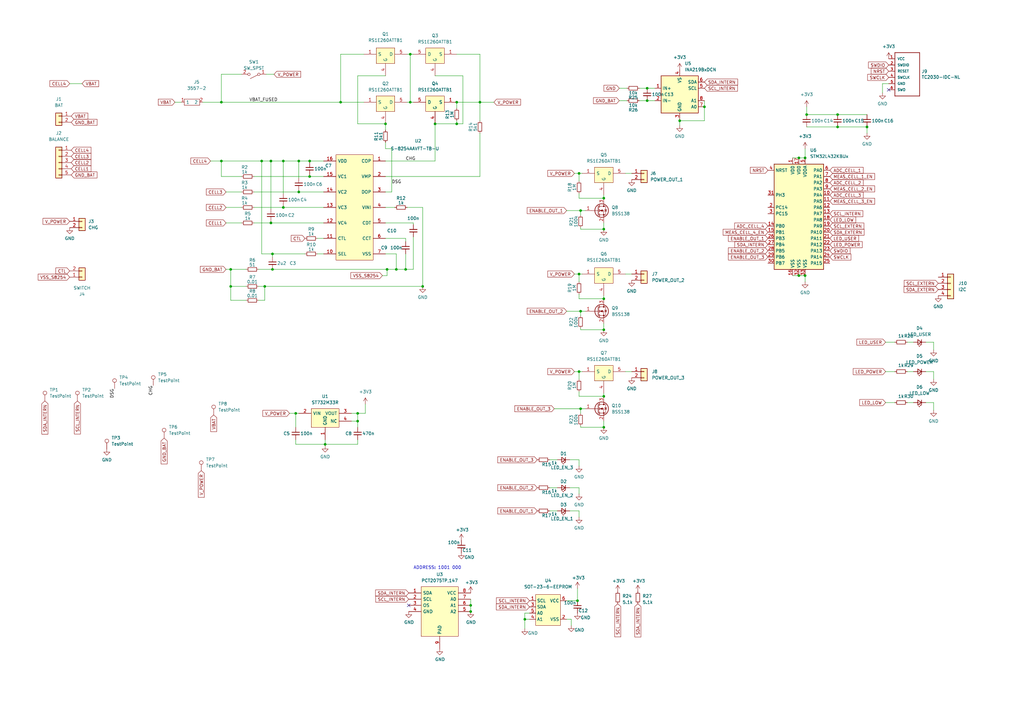
<source format=kicad_sch>
(kicad_sch (version 20211123) (generator eeschema)
  (paper "A3")
  (junction (at 649.605 207.645))
  (junction (at 146.685 172.72))
  (junction (at 127 72.39))
  (junction (at 588.01 184.785))
  (junction (at 588.01 135.89))
  (junction (at 596.265 207.645))
  (junction (at 330.2 113.03))
  (junction (at 111.76 110.49))
  (junction (at 641.35 184.785))
  (junction (at 596.265 126.365))
  (junction (at 649.605 126.365))
  (junction (at 133.35 182.245))
  (junction (at 168.275 22.225))
  (junction (at 596.265 151.13))
  (junction (at 265.43 41.275))
  (junction (at 343.535 46.99))
  (junction (at 238.125 86.36))
  (junction (at 237.49 152.4))
  (junction (at 649.605 151.13))
  (junction (at 649.605 175.26))
  (junction (at 94.615 110.49))
  (junction (at 111.125 91.44))
  (junction (at 146.685 169.545))
  (junction (at 166.37 110.49))
  (junction (at 247.65 175.26))
  (junction (at 247.65 122.555))
  (junction (at 122.555 66.04))
  (junction (at 187.325 50.8))
  (junction (at 596.265 175.26))
  (junction (at 247.65 93.98))
  (junction (at 355.6 52.07))
  (junction (at 116.205 66.04))
  (junction (at 278.765 49.53))
  (junction (at 237.49 71.12))
  (junction (at 111.76 104.14))
  (junction (at 330.2 64.77))
  (junction (at 631.19 207.645))
  (junction (at 238.125 127.635))
  (junction (at 215.265 254))
  (junction (at 193.04 250.825))
  (junction (at 327.66 113.03))
  (junction (at 265.43 36.195))
  (junction (at 193.04 248.285))
  (junction (at 107.315 66.04))
  (junction (at 236.855 246.38))
  (junction (at 158.75 110.49))
  (junction (at 139.7 41.91))
  (junction (at 178.435 50.8))
  (junction (at 121.285 169.545))
  (junction (at 343.535 52.07))
  (junction (at 247.65 162.56))
  (junction (at 237.49 112.395))
  (junction (at 577.85 158.75))
  (junction (at 173.355 117.475))
  (junction (at 247.65 135.255))
  (junction (at 596.265 158.75))
  (junction (at 158.115 50.8))
  (junction (at 649.605 200.025))
  (junction (at 596.265 200.025))
  (junction (at 196.85 41.91))
  (junction (at 649.605 158.75))
  (junction (at 116.205 85.09))
  (junction (at 327.66 64.77))
  (junction (at 247.65 81.28))
  (junction (at 108.585 117.475))
  (junction (at 111.125 66.04))
  (junction (at 122.555 78.74))
  (junction (at 90.805 66.04))
  (junction (at 631.19 158.75))
  (junction (at 127 66.04))
  (junction (at 187.325 41.91))
  (junction (at 168.275 41.91))
  (junction (at 90.805 41.91))
  (junction (at 330.835 46.99))
  (junction (at 577.85 207.645))
  (junction (at 94.615 117.475))
  (junction (at 238.125 167.64))
  (junction (at 288.925 43.815))
  (junction (at 162.56 110.49))
  (junction (at 641.35 135.89))
  (no_connect (at 364.49 36.83))
  (no_connect (at 167.64 248.285))
  (no_connect (at -60.325 40.64))
  (wire (pts (xy 237.49 112.395) (xy 238.76 112.395)))
  (wire (pts (xy 372.11 140.335) (xy 374.65 140.335)))
  (wire (pts (xy 343.535 46.99) (xy 355.6 46.99)))
  (wire (pts (xy 649.605 173.99) (xy 649.605 175.26)))
  (wire (pts (xy 631.19 184.785) (xy 631.19 186.055)))
  (wire (pts (xy 647.065 200.025) (xy 649.605 200.025)))
  (wire (pts (xy 112.395 30.48) (xy 109.22 30.48)))
  (wire (pts (xy 240.03 127.635) (xy 238.125 127.635)))
  (wire (pts (xy 167.005 85.09) (xy 173.355 85.09)))
  (wire (pts (xy 649.605 207.645) (xy 649.605 208.915)))
  (wire (pts (xy 382.905 168.275) (xy 382.905 165.1)))
  (wire (pts (xy 238.125 167.64) (xy 238.125 169.545)))
  (wire (pts (xy 169.545 97.155) (xy 169.545 110.49)))
  (wire (pts (xy 641.35 126.365) (xy 649.605 126.365)))
  (wire (pts (xy 158.115 104.14) (xy 162.56 104.14)))
  (wire (pts (xy 649.605 175.26) (xy 649.605 176.53)))
  (wire (pts (xy 641.35 181.61) (xy 641.35 184.785)))
  (wire (pts (xy 247.65 172.72) (xy 247.65 175.26)))
  (wire (pts (xy 641.35 135.89) (xy 631.19 135.89)))
  (wire (pts (xy 107.315 66.04) (xy 111.125 66.04)))
  (wire (pts (xy 577.85 147.32) (xy 577.85 158.75)))
  (wire (pts (xy 631.19 147.32) (xy 631.19 158.75)))
  (wire (pts (xy 254 41.275) (xy 257.175 41.275)))
  (wire (pts (xy 596.265 200.025) (xy 596.265 201.93)))
  (wire (pts (xy 641.35 132.715) (xy 641.35 135.89)))
  (wire (pts (xy 262.255 41.275) (xy 265.43 41.275)))
  (wire (pts (xy 569.595 201.93) (xy 569.595 207.645)))
  (wire (pts (xy 649.605 158.75) (xy 649.605 160.02)))
  (wire (pts (xy 236.855 241.3) (xy 236.855 246.38)))
  (wire (pts (xy 237.49 112.395) (xy 237.49 115.57)))
  (wire (pts (xy 631.19 207.645) (xy 649.605 207.645)))
  (wire (pts (xy 238.125 93.98) (xy 247.65 93.98)))
  (wire (pts (xy 622.935 196.85) (xy 622.935 191.135)))
  (wire (pts (xy 588.01 135.89) (xy 577.85 135.89)))
  (wire (pts (xy 146.685 50.8) (xy 158.115 50.8)))
  (wire (pts (xy 215.265 257.81) (xy 215.265 254)))
  (wire (pts (xy 237.49 71.12) (xy 237.49 74.295)))
  (wire (pts (xy 237.49 212.09) (xy 237.49 209.55)))
  (wire (pts (xy 363.22 140.335) (xy 367.03 140.335)))
  (wire (pts (xy 569.595 147.955) (xy 569.595 142.24)))
  (wire (pts (xy 100.965 123.19) (xy 94.615 123.19)))
  (wire (pts (xy 278.765 49.53) (xy 278.765 48.895)))
  (wire (pts (xy 104.14 78.74) (xy 122.555 78.74)))
  (wire (pts (xy 234.315 256.54) (xy 234.315 254)))
  (wire (pts (xy 382.905 155.575) (xy 382.905 152.4)))
  (wire (pts (xy 237.49 191.135) (xy 237.49 188.595)))
  (wire (pts (xy 234.315 254) (xy 232.41 254)))
  (wire (pts (xy 116.205 66.04) (xy 122.555 66.04)))
  (wire (pts (xy 121.285 182.245) (xy 121.285 180.34)))
  (wire (pts (xy 237.49 188.595) (xy 233.68 188.595)))
  (wire (pts (xy 569.595 191.135) (xy 570.23 191.135)))
  (wire (pts (xy 343.535 52.07) (xy 355.6 52.07)))
  (wire (pts (xy 139.7 41.91) (xy 149.225 41.91)))
  (wire (pts (xy 122.555 73.025) (xy 122.555 66.04)))
  (wire (pts (xy 382.905 143.51) (xy 382.905 140.335)))
  (wire (pts (xy 237.49 160.655) (xy 237.49 162.56)))
  (wire (pts (xy 382.905 165.1) (xy 379.73 165.1)))
  (wire (pts (xy 235.585 152.4) (xy 237.49 152.4)))
  (wire (pts (xy 71.755 41.91) (xy 74.295 41.91)))
  (wire (pts (xy 116.205 85.09) (xy 116.205 84.455)))
  (wire (pts (xy 158.115 85.09) (xy 161.925 85.09)))
  (wire (pts (xy 577.85 196.215) (xy 577.85 207.645)))
  (wire (pts (xy 631.19 196.215) (xy 631.19 207.645)))
  (wire (pts (xy 107.315 66.04) (xy 90.805 66.04)))
  (wire (pts (xy 330.2 113.03) (xy 330.2 115.57)))
  (wire (pts (xy 196.85 54.61) (xy 196.85 72.39)))
  (wire (pts (xy 104.14 72.39) (xy 127 72.39)))
  (wire (pts (xy 577.85 207.645) (xy 596.265 207.645)))
  (wire (pts (xy 569.595 142.24) (xy 570.23 142.24)))
  (wire (pts (xy 237.49 120.65) (xy 237.49 122.555)))
  (wire (pts (xy 238.125 127.635) (xy 238.125 129.54)))
  (wire (pts (xy 162.56 104.14) (xy 162.56 110.49)))
  (wire (pts (xy 189.865 50.8) (xy 187.325 50.8)))
  (wire (pts (xy 116.205 79.375) (xy 116.205 66.04)))
  (wire (pts (xy 149.86 165.735) (xy 149.86 169.545)))
  (wire (pts (xy 235.585 112.395) (xy 237.49 112.395)))
  (wire (pts (xy 83.185 41.91) (xy 90.805 41.91)))
  (wire (pts (xy 596.265 158.115) (xy 596.265 158.75)))
  (wire (pts (xy 158.115 97.79) (xy 166.37 97.79)))
  (wire (pts (xy 361.95 38.1) (xy 361.95 34.29)))
  (wire (pts (xy 187.325 41.91) (xy 187.325 44.45)))
  (wire (pts (xy 330.2 60.96) (xy 330.2 64.77)))
  (wire (pts (xy 631.19 158.75) (xy 649.605 158.75)))
  (wire (pts (xy 146.685 169.545) (xy 144.145 169.545)))
  (wire (pts (xy 596.265 125.095) (xy 596.265 126.365)))
  (wire (pts (xy 167.005 22.225) (xy 168.275 22.225)))
  (wire (pts (xy 146.685 31.115) (xy 158.115 31.115)))
  (wire (pts (xy 92.71 78.74) (xy 99.06 78.74)))
  (wire (pts (xy 28.575 34.29) (xy 33.655 34.29)))
  (wire (pts (xy 106.045 110.49) (xy 111.76 110.49)))
  (wire (pts (xy 649.605 158.115) (xy 649.605 158.75)))
  (wire (pts (xy 130.175 97.79) (xy 132.715 97.79)))
  (wire (pts (xy 649.605 126.365) (xy 649.605 127.635)))
  (wire (pts (xy 90.805 30.48) (xy 99.06 30.48)))
  (wire (pts (xy 641.35 184.785) (xy 631.19 184.785)))
  (wire (pts (xy 256.54 71.12) (xy 259.08 71.12)))
  (wire (pts (xy 160.655 78.74) (xy 158.115 78.74)))
  (wire (pts (xy 121.285 169.545) (xy 121.285 175.26)))
  (wire (pts (xy 227.33 167.64) (xy 238.125 167.64)))
  (wire (pts (xy 288.925 43.815) (xy 288.925 49.53)))
  (wire (pts (xy 361.95 34.29) (xy 364.49 34.29)))
  (wire (pts (xy 238.125 175.26) (xy 247.65 175.26)))
  (wire (pts (xy 238.125 93.345) (xy 238.125 93.98)))
  (wire (pts (xy 649.605 149.86) (xy 649.605 151.13)))
  (wire (pts (xy 288.925 41.275) (xy 288.925 43.815)))
  (wire (pts (xy 649.605 200.025) (xy 649.605 201.93)))
  (wire (pts (xy 330.835 43.815) (xy 330.835 46.99)))
  (wire (pts (xy 327.66 64.77) (xy 330.2 64.77)))
  (wire (pts (xy 238.125 174.625) (xy 238.125 175.26)))
  (wire (pts (xy 355.6 52.07) (xy 355.6 54.61)))
  (wire (pts (xy 382.905 140.335) (xy 379.73 140.335)))
  (wire (pts (xy 111.125 66.04) (xy 111.125 85.725)))
  (wire (pts (xy 127 66.04) (xy 127 66.675)))
  (wire (pts (xy 187.325 49.53) (xy 187.325 50.8)))
  (wire (pts (xy 363.22 165.1) (xy 367.03 165.1)))
  (wire (pts (xy 196.85 41.91) (xy 196.85 49.53)))
  (wire (pts (xy 237.49 162.56) (xy 247.65 162.56)))
  (wire (pts (xy 588.01 184.785) (xy 577.85 184.785)))
  (wire (pts (xy 196.85 41.91) (xy 202.565 41.91)))
  (wire (pts (xy 235.585 71.12) (xy 237.49 71.12)))
  (wire (pts (xy 622.935 153.035) (xy 622.935 158.75)))
  (wire (pts (xy 237.49 122.555) (xy 247.65 122.555)))
  (wire (pts (xy 160.655 60.96) (xy 160.655 78.74)))
  (wire (pts (xy 187.325 22.225) (xy 196.85 22.225)))
  (wire (pts (xy 238.125 134.62) (xy 238.125 135.255)))
  (wire (pts (xy 278.765 51.435) (xy 278.765 49.53)))
  (wire (pts (xy 118.745 169.545) (xy 121.285 169.545)))
  (wire (pts (xy 149.86 169.545) (xy 146.685 169.545)))
  (wire (pts (xy 111.76 110.49) (xy 158.75 110.49)))
  (wire (pts (xy 106.045 123.19) (xy 108.585 123.19)))
  (wire (pts (xy 593.725 200.025) (xy 596.265 200.025)))
  (wire (pts (xy 622.935 207.645) (xy 631.19 207.645)))
  (wire (pts (xy 168.275 22.225) (xy 168.275 41.91)))
  (wire (pts (xy 596.265 149.86) (xy 596.265 151.13)))
  (wire (pts (xy 146.685 169.545) (xy 146.685 172.72)))
  (wire (pts (xy 247.65 81.28) (xy 247.65 80.01)))
  (wire (pts (xy 111.125 66.04) (xy 116.205 66.04)))
  (wire (pts (xy 382.905 152.4) (xy 379.73 152.4)))
  (wire (pts (xy 247.65 91.44) (xy 247.65 93.98)))
  (wire (pts (xy 132.715 66.04) (xy 127 66.04)))
  (wire (pts (xy 641.35 175.26) (xy 649.605 175.26)))
  (wire (pts (xy 593.725 151.13) (xy 596.265 151.13)))
  (wire (pts (xy 265.43 36.195) (xy 268.605 36.195)))
  (wire (pts (xy 92.71 91.44) (xy 99.06 91.44)))
  (wire (pts (xy 187.325 41.91) (xy 196.85 41.91)))
  (wire (pts (xy 146.685 31.115) (xy 146.685 50.8)))
  (wire (pts (xy 92.71 110.49) (xy 94.615 110.49)))
  (wire (pts (xy 168.275 41.91) (xy 169.545 41.91)))
  (wire (pts (xy 596.265 173.99) (xy 596.265 175.26)))
  (wire (pts (xy 588.01 126.365) (xy 596.265 126.365)))
  (wire (pts (xy 111.125 91.44) (xy 111.125 90.805)))
  (wire (pts (xy 193.04 248.285) (xy 193.04 250.825)))
  (wire (pts (xy 262.255 36.195) (xy 265.43 36.195)))
  (wire (pts (xy 569.595 207.645) (xy 577.85 207.645)))
  (wire (pts (xy 325.12 64.77) (xy 327.66 64.77)))
  (wire (pts (xy 232.41 127.635) (xy 238.125 127.635)))
  (wire (pts (xy 158.115 60.96) (xy 160.655 60.96)))
  (wire (pts (xy 238.125 135.255) (xy 247.65 135.255)))
  (wire (pts (xy 588.01 132.715) (xy 588.01 135.89)))
  (wire (pts (xy 247.65 132.715) (xy 247.65 135.255)))
  (wire (pts (xy 189.865 31.115) (xy 189.865 50.8)))
  (wire (pts (xy 631.19 135.89) (xy 631.19 137.16)))
  (wire (pts (xy 178.435 66.04) (xy 178.435 50.8)))
  (wire (pts (xy 90.805 66.04) (xy 90.805 72.39)))
  (wire (pts (xy 90.805 72.39) (xy 99.06 72.39)))
  (wire (pts (xy 327.66 113.03) (xy 330.2 113.03)))
  (wire (pts (xy 166.37 110.49) (xy 162.56 110.49)))
  (wire (pts (xy 127 71.755) (xy 127 72.39)))
  (wire (pts (xy 158.115 50.8) (xy 158.115 53.34)))
  (wire (pts (xy 92.71 85.09) (xy 99.06 85.09)))
  (wire (pts (xy 94.615 117.475) (xy 94.615 110.49)))
  (wire (pts (xy 596.265 207.01) (xy 596.265 207.645)))
  (wire (pts (xy 649.605 207.01) (xy 649.605 207.645)))
  (wire (pts (xy 122.555 66.04) (xy 127 66.04)))
  (wire (pts (xy 178.435 31.115) (xy 189.865 31.115)))
  (wire (pts (xy 588.01 127.635) (xy 588.01 126.365)))
  (wire (pts (xy 146.685 182.245) (xy 133.35 182.245)))
  (wire (pts (xy 90.805 41.91) (xy 139.7 41.91)))
  (wire (pts (xy 122.555 78.74) (xy 122.555 78.105)))
  (wire (pts (xy 169.545 92.075) (xy 169.545 91.44)))
  (wire (pts (xy 649.605 151.13) (xy 649.605 153.035)))
  (wire (pts (xy 372.11 165.1) (xy 374.65 165.1)))
  (wire (pts (xy 236.855 246.38) (xy 232.41 246.38)))
  (wire (pts (xy 173.355 85.09) (xy 173.355 117.475)))
  (wire (pts (xy 372.11 152.4) (xy 374.65 152.4)))
  (wire (pts (xy 363.22 152.4) (xy 367.03 152.4)))
  (wire (pts (xy 622.935 158.75) (xy 631.19 158.75)))
  (wire (pts (xy 225.425 188.595) (xy 228.6 188.595)))
  (wire (pts (xy 588.01 181.61) (xy 588.01 184.785)))
  (wire (pts (xy 237.49 209.55) (xy 233.68 209.55)))
  (wire (pts (xy 146.685 180.34) (xy 146.685 182.245)))
  (wire (pts (xy 569.595 158.75) (xy 577.85 158.75)))
  (wire (pts (xy 111.76 104.14) (xy 111.76 105.41)))
  (wire (pts (xy 215.265 251.46) (xy 215.265 254)))
  (wire (pts (xy 596.265 158.75) (xy 596.265 160.02)))
  (wire (pts (xy 622.935 147.955) (xy 622.935 142.24)))
  (wire (pts (xy 649.605 125.095) (xy 649.605 126.365)))
  (wire (pts (xy 133.35 180.34) (xy 133.35 182.245)))
  (wire (pts (xy 596.265 207.645) (xy 596.265 208.915)))
  (wire (pts (xy 330.835 46.99) (xy 343.535 46.99)))
  (wire (pts (xy 106.045 117.475) (xy 108.585 117.475)))
  (wire (pts (xy 94.615 123.19) (xy 94.615 117.475)))
  (wire (pts (xy 167.005 41.91) (xy 168.275 41.91)))
  (wire (pts (xy 225.425 209.55) (xy 228.6 209.55)))
  (wire (pts (xy 622.935 191.135) (xy 623.57 191.135)))
  (wire (pts (xy 90.805 30.48) (xy 90.805 41.91)))
  (wire (pts (xy 254 36.195) (xy 257.175 36.195)))
  (wire (pts (xy 237.49 152.4) (xy 238.76 152.4)))
  (wire (pts (xy 569.595 196.85) (xy 569.595 191.135)))
  (wire (pts (xy 158.115 58.42) (xy 158.115 60.96)))
  (wire (pts (xy 132.715 85.09) (xy 116.205 85.09)))
  (wire (pts (xy 288.925 49.53) (xy 278.765 49.53)))
  (wire (pts (xy 132.715 91.44) (xy 111.125 91.44)))
  (wire (pts (xy 158.115 91.44) (xy 169.545 91.44)))
  (wire (pts (xy 240.03 167.64) (xy 238.125 167.64)))
  (wire (pts (xy 247.65 122.555) (xy 247.65 121.285)))
  (wire (pts (xy 139.7 22.225) (xy 149.225 22.225)))
  (wire (pts (xy 577.85 184.785) (xy 577.85 186.055)))
  (wire (pts (xy 596.265 175.26) (xy 596.265 176.53)))
  (wire (pts (xy 265.43 41.275) (xy 268.605 41.275)))
  (wire (pts (xy 256.54 112.395) (xy 259.08 112.395)))
  (wire (pts (xy 158.75 113.03) (xy 158.75 110.49)))
  (wire (pts (xy 133.35 182.245) (xy 121.285 182.245)))
  (wire (pts (xy 622.935 201.93) (xy 622.935 207.645)))
  (wire (pts (xy 104.14 85.09) (xy 116.205 85.09)))
  (wire (pts (xy 107.315 66.04) (xy 107.315 104.14)))
  (wire (pts (xy 596.265 151.13) (xy 596.265 153.035)))
  (wire (pts (xy 130.175 104.14) (xy 132.715 104.14)))
  (wire (pts (xy 125.095 104.14) (xy 111.76 104.14)))
  (wire (pts (xy 237.49 152.4) (xy 237.49 155.575)))
  (wire (pts (xy 196.85 22.225) (xy 196.85 41.91)))
  (wire (pts (xy 577.85 135.89) (xy 577.85 137.16)))
  (wire (pts (xy 596.265 198.755) (xy 596.265 200.025)))
  (wire (pts (xy 108.585 117.475) (xy 173.355 117.475)))
  (wire (pts (xy 187.325 50.8) (xy 178.435 50.8)))
  (wire (pts (xy 641.35 127.635) (xy 641.35 126.365)))
  (wire (pts (xy 158.115 72.39) (xy 196.85 72.39)))
  (wire (pts (xy 596.265 126.365) (xy 596.265 127.635)))
  (wire (pts (xy 127 72.39) (xy 132.715 72.39)))
  (wire (pts (xy 247.65 162.56) (xy 247.65 161.29)))
  (wire (pts (xy 569.595 153.035) (xy 569.595 158.75)))
  (wire (pts (xy 237.49 81.28) (xy 247.65 81.28)))
  (wire (pts (xy 193.04 245.745) (xy 193.04 248.285)))
  (wire (pts (xy 256.54 152.4) (xy 259.08 152.4)))
  (wire (pts (xy 237.49 202.565) (xy 237.49 200.025)))
  (wire (pts (xy 641.35 176.53) (xy 641.35 175.26)))
  (wire (pts (xy 144.145 172.72) (xy 146.685 172.72)))
  (wire (pts (xy 166.37 104.14) (xy 166.37 110.49)))
  (wire (pts (xy 168.275 22.225) (xy 169.545 22.225)))
  (wire (pts (xy 237.49 71.12) (xy 238.76 71.12)))
  (wire (pts (xy 169.545 110.49) (xy 166.37 110.49)))
  (wire (pts (xy 158.115 66.04) (xy 178.435 66.04)))
  (wire (pts (xy 649.605 198.755) (xy 649.605 200.025)))
  (wire (pts (xy 94.615 117.475) (xy 100.965 117.475)))
  (wire (pts (xy 588.01 175.26) (xy 596.265 175.26)))
  (wire (pts (xy 238.125 86.36) (xy 238.125 88.265)))
  (wire (pts (xy 111.76 104.14) (xy 107.315 104.14)))
  (wire (pts (xy 237.49 200.025) (xy 233.68 200.025)))
  (wire (pts (xy 215.265 254) (xy 217.17 254)))
  (wire (pts (xy 104.14 91.44) (xy 111.125 91.44)))
  (wire (pts (xy 577.85 158.75) (xy 596.265 158.75)))
  (wire (pts (xy 156.845 113.03) (xy 158.75 113.03)))
  (wire (pts (xy 158.75 110.49) (xy 162.56 110.49)))
  (wire (pts (xy 225.425 200.025) (xy 228.6 200.025)))
  (wire (pts (xy 133.35 182.245) (xy 133.35 182.88)))
  (wire (pts (xy 121.285 169.545) (xy 122.555 169.545)))
  (wire (pts (xy 232.41 86.36) (xy 238.125 86.36)))
  (wire (pts (xy 647.065 151.13) (xy 649.605 151.13)))
  (wire (pts (xy 237.49 79.375) (xy 237.49 81.28)))
  (wire (pts (xy 132.715 78.74) (xy 122.555 78.74)))
  (wire (pts (xy 166.37 97.79) (xy 166.37 99.06)))
  (wire (pts (xy 330.835 52.07) (xy 343.535 52.07)))
  (wire (pts (xy 146.685 172.72) (xy 146.685 175.26)))
  (wire (pts (xy 108.585 123.19) (xy 108.585 117.475)))
  (wire (pts (xy 86.36 66.04) (xy 90.805 66.04)))
  (wire (pts (xy 325.12 113.03) (xy 327.66 113.03)))
  (wire (pts (xy 139.7 22.225) (xy 139.7 41.91)))
  (wire (pts (xy 622.935 142.24) (xy 623.57 142.24)))
  (wire (pts (xy 588.01 176.53) (xy 588.01 175.26)))
  (wire (pts (xy 217.17 251.46) (xy 215.265 251.46)))
  (wire (pts (xy 94.615 110.49) (xy 100.965 110.49)))
  (wire (pts (xy 240.03 86.36) (xy 238.125 86.36)))
  (text "ADDRESS: 1001 000" (at 169.545 233.68 0) (effects (font (size 1.27 1.27)) (justify left bottom)))
  (label "VBAT_FUSED" (at 102.235 41.91 0))
  (label "CHG" (at 166.37 66.04 0))
  (label "CHG" (at 62.865 158.115 270))
  (label "DSG" (at 160.655 75.565 0))
  (label "VBAT_FUSED" (at -29.845 40.64 0))
  (label "DSG" (at 46.99 159.385 270))
  (global_label "ADC_CELL_1" (shape input) (at 647.065 200.025 180) (property "Intersheet References" "${INTERSHEET_REFS}" (effects hide)))
  (global_label "MEAS_CELL_4_EN" (shape input) (at 314.96 95.25 180) (property "Intersheet References" "${INTERSHEET_REFS}" (effects hide)))
  (global_label "ENABLE_OUT_1" (shape input) (at 220.345 209.55 180) (property "Intersheet References" "${INTERSHEET_REFS}" (effects hide)))
  (global_label "CELL4" (shape input) (at 28.575 34.29 180) (property "Intersheet References" "${INTERSHEET_REFS}" (effects hide)))
  (global_label "VBAT" (shape input) (at 71.755 41.91 180) (property "Intersheet References" "${INTERSHEET_REFS}" (effects hide)))
  (global_label "SDA_EXTERN" (shape input) (at 384.81 118.745 180) (property "Intersheet References" "${INTERSHEET_REFS}" (effects hide)))
  (global_label "V_POWER" (shape input) (at 202.565 41.91 0) (property "Intersheet References" "${INTERSHEET_REFS}" (effects hide)))
  (global_label "CELL3" (shape input) (at 29.21 64.135 0) (property "Intersheet References" "${INTERSHEET_REFS}" (effects hide)))
  (global_label "CELL2" (shape input) (at 92.71 85.09 180) (property "Intersheet References" "${INTERSHEET_REFS}" (effects hide)))
  (global_label "MEAS_CELL_1_EN" (shape input) (at 622.935 191.135 180) (property "Intersheet References" "${INTERSHEET_REFS}" (effects hide)))
  (global_label "ADC_CELL_1" (shape input) (at 340.36 69.85 0) (property "Intersheet References" "${INTERSHEET_REFS}" (effects hide)))
  (global_label "LED_USER" (shape input) (at 363.22 140.335 180) (property "Intersheet References" "${INTERSHEET_REFS}" (effects hide)))
  (global_label "V_POWER" (shape input) (at 28.575 90.805 180) (property "Intersheet References" "${INTERSHEET_REFS}" (effects hide)))
  (global_label "SCL_EXTERN" (shape input) (at 384.81 116.205 180) (property "Intersheet References" "${INTERSHEET_REFS}" (effects hide)))
  (global_label "VSS_S8254" (shape input) (at 156.845 113.03 180) (property "Intersheet References" "${INTERSHEET_REFS}" (effects hide)))
  (global_label "ENABLE_OUT_2" (shape input) (at 232.41 127.635 180) (property "Intersheet References" "${INTERSHEET_REFS}" (effects hide)))
  (global_label "V_POWER" (shape input) (at 235.585 152.4 180) (property "Intersheet References" "${INTERSHEET_REFS}" (effects hide)))
  (global_label "GND" (shape input) (at 254 36.195 180) (property "Intersheet References" "${INTERSHEET_REFS}" (effects hide)))
  (global_label "MEAS_CELL_3_EN" (shape input) (at 622.935 142.24 180) (property "Intersheet References" "${INTERSHEET_REFS}" (effects hide)))
  (global_label "ADC_CELL_2" (shape input) (at 444.5 68.58 90) (property "Intersheet References" "${INTERSHEET_REFS}" (effects hide)))
  (global_label "CELL1" (shape input) (at 92.71 91.44 180) (property "Intersheet References" "${INTERSHEET_REFS}" (effects hide)))
  (global_label "ADC_CELL_1" (shape input) (at 433.07 68.58 90) (property "Intersheet References" "${INTERSHEET_REFS}" (effects hide)))
  (global_label "SDA_INTERN" (shape input) (at 314.96 100.33 180) (property "Intersheet References" "${INTERSHEET_REFS}" (effects hide)))
  (global_label "SCL_INTERN" (shape input) (at 288.925 36.195 0) (property "Intersheet References" "${INTERSHEET_REFS}" (effects hide)))
  (global_label "CELL4" (shape input) (at 86.36 66.04 180) (property "Intersheet References" "${INTERSHEET_REFS}" (effects hide)))
  (global_label "LED_POWER" (shape input) (at 340.36 100.33 0) (property "Intersheet References" "${INTERSHEET_REFS}" (effects hide)))
  (global_label "GND_BAT" (shape input) (at 92.71 110.49 180) (property "Intersheet References" "${INTERSHEET_REFS}" (effects hide)))
  (global_label "CELL1" (shape input) (at 649.605 173.99 90) (property "Intersheet References" "${INTERSHEET_REFS}" (effects hide)))
  (global_label "LED_USER" (shape input) (at 340.36 97.79 0) (property "Intersheet References" "${INTERSHEET_REFS}" (effects hide)))
  (global_label "SDA_INTERN" (shape input) (at 167.64 243.205 180) (property "Intersheet References" "${INTERSHEET_REFS}" (effects hide)))
  (global_label "VBAT" (shape input) (at 87.63 170.18 270) (property "Intersheet References" "${INTERSHEET_REFS}" (effects hide)))
  (global_label "LED_LOW" (shape input) (at 340.36 90.17 0) (property "Intersheet References" "${INTERSHEET_REFS}" (effects hide)))
  (global_label "V_POWER" (shape input) (at 235.585 112.395 180) (property "Intersheet References" "${INTERSHEET_REFS}" (effects hide)))
  (global_label "SDA_INTERN" (shape input) (at 18.415 164.465 270) (property "Intersheet References" "${INTERSHEET_REFS}" (effects hide)))
  (global_label "ADC_CELL_4" (shape input) (at 467.995 68.58 90) (property "Intersheet References" "${INTERSHEET_REFS}" (effects hide)))
  (global_label "V_POWER" (shape input) (at 118.745 169.545 180) (property "Intersheet References" "${INTERSHEET_REFS}" (effects hide)))
  (global_label "ENABLE_OUT_3" (shape input) (at 227.33 167.64 180) (property "Intersheet References" "${INTERSHEET_REFS}" (effects hide)))
  (global_label "V_POWER" (shape input) (at 112.395 30.48 0) (property "Intersheet References" "${INTERSHEET_REFS}" (effects hide)))
  (global_label "VBAT" (shape input) (at 33.655 34.29 0) (property "Intersheet References" "${INTERSHEET_REFS}" (effects hide)))
  (global_label "VSS_S8254" (shape input) (at 28.575 113.665 180) (property "Intersheet References" "${INTERSHEET_REFS}" (effects hide)))
  (global_label "MEAS_CELL_4_EN" (shape input) (at 569.595 142.24 180) (property "Intersheet References" "${INTERSHEET_REFS}" (effects hide)))
  (global_label "ENABLE_OUT_1" (shape input) (at 232.41 86.36 180) (property "Intersheet References" "${INTERSHEET_REFS}" (effects hide)))
  (global_label "ADC_CELL_3" (shape input) (at 647.065 151.13 180) (property "Intersheet References" "${INTERSHEET_REFS}" (effects hide)))
  (global_label "ADC_CELL_3" (shape input) (at 456.565 68.58 90) (property "Intersheet References" "${INTERSHEET_REFS}" (effects hide)))
  (global_label "LED_POWER" (shape input) (at 363.22 152.4 180) (property "Intersheet References" "${INTERSHEET_REFS}" (effects hide)))
  (global_label "SCL_INTERN" (shape input) (at 340.36 87.63 0) (property "Intersheet References" "${INTERSHEET_REFS}" (effects hide)))
  (global_label "CELL2" (shape input) (at 596.265 173.99 90) (property "Intersheet References" "${INTERSHEET_REFS}" (effects hide)))
  (global_label "SWDIO" (shape input) (at 364.49 26.67 180) (property "Intersheet References" "${INTERSHEET_REFS}" (effects hide)))
  (global_label "V_POWER" (shape input) (at -29.845 43.18 0) (property "Intersheet References" "${INTERSHEET_REFS}" (effects hide)))
  (global_label "GND_BAT" (shape input) (at 29.21 50.165 0) (property "Intersheet References" "${INTERSHEET_REFS}" (effects hide)))
  (global_label "CELL3" (shape input) (at 92.71 78.74 180) (property "Intersheet References" "${INTERSHEET_REFS}" (effects hide)))
  (global_label "NRST" (shape input) (at 314.96 69.85 180) (property "Intersheet References" "${INTERSHEET_REFS}" (effects hide)))
  (global_label "MEAS_CELL_1_EN" (shape input) (at 340.36 72.39 0) (property "Intersheet References" "${INTERSHEET_REFS}" (effects hide)))
  (global_label "CTL" (shape input) (at 28.575 111.125 180) (property "Intersheet References" "${INTERSHEET_REFS}" (effects hide)))
  (global_label "V_POWER" (shape input) (at 82.55 193.04 270) (property "Intersheet References" "${INTERSHEET_REFS}" (effects hide)))
  (global_label "SDA_INTERN" (shape input) (at 288.925 33.655 0) (property "Intersheet References" "${INTERSHEET_REFS}" (effects hide)))
  (global_label "ADC_CELL_3" (shape input) (at 340.36 80.01 0) (property "Intersheet References" "${INTERSHEET_REFS}" (effects hide)))
  (global_label "CELL4" (shape input) (at 596.265 125.095 90) (property "Intersheet References" "${INTERSHEET_REFS}" (effects hide)))
  (global_label "CELL1" (shape input) (at 29.21 69.215 0) (property "Intersheet References" "${INTERSHEET_REFS}" (effects hide)))
  (global_label "VBAT" (shape input) (at 29.21 47.625 0) (property "Intersheet References" "${INTERSHEET_REFS}" (effects hide)))
  (global_label "SCL_EXTERN" (shape input) (at 340.36 92.71 0) (property "Intersheet References" "${INTERSHEET_REFS}" (effects hide)))
  (global_label "SCL_INTERN" (shape input) (at 167.64 245.745 180) (property "Intersheet References" "${INTERSHEET_REFS}" (effects hide)))
  (global_label "GND_BAT" (shape input) (at 67.31 179.705 270) (property "Intersheet References" "${INTERSHEET_REFS}" (effects hide)))
  (global_label "ADC_CELL_4" (shape input) (at 314.96 92.71 180) (property "Intersheet References" "${INTERSHEET_REFS}" (effects hide)))
  (global_label "LED_LOW" (shape input) (at 363.22 165.1 180) (property "Intersheet References" "${INTERSHEET_REFS}" (effects hide)))
  (global_label "CELL2" (shape input) (at 29.21 66.675 0) (property "Intersheet References" "${INTERSHEET_REFS}" (effects hide)))
  (global_label "CELL4" (shape input) (at 29.21 61.595 0) (property "Intersheet References" "${INTERSHEET_REFS}" (effects hide)))
  (global_label "MEAS_CELL_2_EN" (shape input) (at 340.36 77.47 0) (property "Intersheet References" "${INTERSHEET_REFS}" (effects hide)))
  (global_label "MEAS_CELL_2_EN" (shape input) (at 569.595 191.135 180) (property "Intersheet References" "${INTERSHEET_REFS}" (effects hide)))
  (global_label "ADC_CELL_4" (shape input) (at 593.725 151.13 180) (property "Intersheet References" "${INTERSHEET_REFS}" (effects hide)))
  (global_label "CELL3" (shape input) (at 649.605 125.095 90) (property "Intersheet References" "${INTERSHEET_REFS}" (effects hide)))
  (global_label "CTL" (shape input) (at 125.095 97.79 180) (property "Intersheet References" "${INTERSHEET_REFS}" (effects hide)))
  (global_label "ENABLE_OUT_3" (shape input) (at 314.96 105.41 180) (property "Intersheet References" "${INTERSHEET_REFS}" (effects hide)))
  (global_label "SWDIO" (shape input) (at 340.36 102.87 0) (property "Intersheet References" "${INTERSHEET_REFS}" (effects hide)))
  (global_label "ADC_CELL_2" (shape input) (at 593.725 200.025 180) (property "Intersheet References" "${INTERSHEET_REFS}" (effects hide)))
  (global_label "ENABLE_OUT_3" (shape input) (at 220.345 188.595 180) (property "Intersheet References" "${INTERSHEET_REFS}" (effects hide)))
  (global_label "SWCLK" (shape input) (at 364.49 31.75 180) (property "Intersheet References" "${INTERSHEET_REFS}" (effects hide)))
  (global_label "SCL_INTERN" (shape input) (at 253.365 247.65 270) (property "Intersheet References" "${INTERSHEET_REFS}" (effects hide)))
  (global_label "V_POWER" (shape input) (at 235.585 71.12 180) (property "Intersheet References" "${INTERSHEET_REFS}" (effects hide)))
  (global_label "SDA_INTERN" (shape input) (at 217.17 248.92 180) (property "Intersheet References" "${INTERSHEET_REFS}" (effects hide)))
  (global_label "NRST" (shape input) (at 364.49 29.21 180) (property "Intersheet References" "${INTERSHEET_REFS}" (effects hide)))
  (global_label "ENABLE_OUT_2" (shape input) (at 220.345 200.025 180) (property "Intersheet References" "${INTERSHEET_REFS}" (effects hide)))
  (global_label "SWCLK" (shape input) (at 340.36 105.41 0) (property "Intersheet References" "${INTERSHEET_REFS}" (effects hide)))
  (global_label "GND_BAT" (shape input) (at 29.21 71.755 0) (property "Intersheet References" "${INTERSHEET_REFS}" (effects hide)))
  (global_label "SDA_INTERN" (shape input) (at 261.62 247.65 270) (property "Intersheet References" "${INTERSHEET_REFS}" (effects hide)))
  (global_label "MEAS_CELL_3_EN" (shape input) (at 340.36 82.55 0) (property "Intersheet References" "${INTERSHEET_REFS}" (effects hide)))
  (global_label "SCL_INTERN" (shape input) (at 217.17 246.38 180) (property "Intersheet References" "${INTERSHEET_REFS}" (effects hide)))
  (global_label "GND_BAT" (shape input) (at 254 41.275 180) (property "Intersheet References" "${INTERSHEET_REFS}" (effects hide)))
  (global_label "ENABLE_OUT_1" (shape input) (at 314.96 97.79 180) (property "Intersheet References" "${INTERSHEET_REFS}" (effects hide)))
  (global_label "SDA_EXTERN" (shape input) (at 340.36 95.25 0) (property "Intersheet References" "${INTERSHEET_REFS}" (effects hide)))
  (global_label "ENABLE_OUT_2" (shape input) (at 314.96 102.87 180) (property "Intersheet References" "${INTERSHEET_REFS}" (effects hide)))
  (global_label "ADC_CELL_2" (shape input) (at 340.36 74.93 0) (property "Intersheet References" "${INTERSHEET_REFS}" (effects hide)))
  (global_label "SCL_INTERN" (shape input) (at 31.75 164.465 270) (property "Intersheet References" "${INTERSHEET_REFS}" (effects hide)))
  (symbol (lib_id "Transistor_FET:BSS138") (at 628.65 142.24 0) (unit 1)
    (property "Reference" "Q15" (at 634.365 140.9699 0) (effects (justify left)))
    (property "Value" "BSS138" (at 634.365 143.5099 0) (effects (justify left)))
    (property "Footprint" "Package_TO_SOT_SMD:SOT-323_SC-70" (effects hide))
    (property "Datasheet" "https://www.onsemi.com/pub/Collateral/BSS138-D.PDF" (effects hide))
  )
  (symbol (lib_id "Transistor_FET:BSS138") (at 575.31 191.135 0) (unit 1)
    (property "Reference" "Q12" (at 581.025 189.8649 0) (effects (justify left)))
    (property "Value" "BSS138" (at 581.025 192.4049 0) (effects (justify left)))
    (property "Footprint" "Package_TO_SOT_SMD:SOT-323_SC-70" (effects hide))
    (property "Datasheet" "https://www.onsemi.com/pub/Collateral/BSS138-D.PDF" (effects hide))
  )
  (symbol (lib_id "power:GND") (at 234.315 256.54 0) (unit 1)
    (property "Reference" "#PWR013" (effects hide))
    (property "Value" "GND" (at 237.617 258.3942 0))
  )
  (symbol (lib_id "Device:R_Small") (at 101.6 85.09 90) (unit 1)
    (property "Reference" "R4" (at 100.33 81.28 90))
    (property "Value" "1k" (at 100.33 83.185 90))
    (property "Footprint" "Resistor_SMD:R_0603_1608Metric" (effects hide))
  )
  (symbol (lib_id "Connector:TestPoint") (at 87.63 170.18 0) (unit 1)
    (property "Reference" "TP8" (at 89.535 165.6079 0) (effects (justify left)))
    (property "Value" "TestPoint" (at 89.535 168.1479 0) (effects (justify left)))
    (property "Footprint" "TestPoint:TestPoint_Pad_D1.5mm" (effects hide))
  )
  (symbol (lib_id "Device:R_Small") (at 369.57 140.335 90) (unit 1)
    (property "Reference" "R28" (at 372.745 137.795 90))
    (property "Value" "1k" (at 369.57 137.795 90))
    (property "Footprint" "Resistor_SMD:R_0603_1608Metric" (effects hide))
  )
  (symbol (lib_id "Device:R_Small") (at 649.605 204.47 180) (unit 1)
    (property "Reference" "R46" (at 647.065 204.47 0))
    (property "Value" "100k" (at 652.78 204.47 0))
    (property "Footprint" "Resistor_SMD:R_0402_1005Metric" (effects hide))
  )
  (symbol (lib_id "Device:C_Small") (at 343.535 49.53 0) (unit 1)
    (property "Reference" "C15" (at 350.52 49.53 0) (effects (justify left)))
    (property "Value" "100n" (at 345.44 49.53 0) (effects (justify left)))
    (property "Footprint" "Capacitor_SMD:C_0603_1608Metric" (effects hide))
  )
  (symbol (lib_id "power:+3V3") (at 193.04 243.205 0) (unit 1)
    (property "Reference" "#PWR010" (effects hide))
    (property "Value" "+3V3" (at 193.4083 238.8806 0))
  )
  (symbol (lib_id "SamacSys_Parts:RZQ045P01TR") (at 596.265 193.675 270) (mirror x) (unit 1)
    (property "Reference" "Q14" (at 603.25 185.42 0))
    (property "Value" "RQ6E030AT" (at 600.71 185.42 0))
    (property "Footprint" "downloaded_parts:SOT95P280X100-6N" (effects hide))
    (property "Description" "MOSFET P Chan-12V+/-4.5A 1.5V Drive" (effects hide))
    (property "Height" "1" (effects hide))
    (property "Mouser Part Number" "755-RZQ045P01TR" (effects hide))
    (property "Mouser Price/Stock" "https://www.mouser.co.uk/ProductDetail/ROHM-Semiconductor/RZQ045P01TR?qs=wXhBCuSapIPn%2F%252BExyZj4Uw%3D%3D" (effects hide))
    (property "Manufacturer_Name" "ROHM Semiconductor" (effects hide))
    (property "Manufacturer_Part_Number" "RZQ045P01TR" (effects hide))
  )
  (symbol (lib_id "Device:R_Small") (at 158.115 55.88 180) (unit 1)
    (property "Reference" "R11" (at 154.305 55.88 90))
    (property "Value" "5k1" (at 156.21 55.88 90))
    (property "Footprint" "Resistor_SMD:R_0603_1608Metric" (effects hide))
  )
  (symbol (lib_id "power:GND") (at 237.49 212.09 0) (unit 1)
    (property "Reference" "#PWR018" (effects hide))
    (property "Value" "GND" (at 237.49 216.535 0))
  )
  (symbol (lib_id "Device:C_Small") (at 355.6 49.53 0) (unit 1)
    (property "Reference" "C16" (at 362.585 49.53 0) (effects (justify left)))
    (property "Value" "100n" (at 357.505 49.53 0) (effects (justify left)))
    (property "Footprint" "Capacitor_SMD:C_0603_1608Metric" (effects hide))
  )
  (symbol (lib_id "power:GND") (at 247.65 135.255 0) (unit 1)
    (property "Reference" "#PWR020" (effects hide))
    (property "Value" "GND" (at 247.65 139.7 0))
  )
  (symbol (lib_id "downloaded_parts:PCT2075TP,147") (at 167.64 243.205 0) (unit 1)
    (property "Reference" "U3" (at 180.34 235.585 0))
    (property "Value" "PCT2075TP,147" (at 180.34 238.125 0))
    (property "Footprint" "downloaded_parts:SON50P300X200X80-9N" (effects hide))
    (property "Datasheet" "http://www.nxp.com/docs/en/data-sheet/PCT2075.pdf" (effects hide))
    (property "Description" "NXP - PCT2075TP,147 - Temperature Sensor IC, Digital, +/- 2C, -55 C, 125 C, SON, 8 Pins" (effects hide))
    (property "Height" "0.8" (effects hide))
    (property "Mouser Part Number" "771-PCT2075TP147" (effects hide))
    (property "Mouser Price/Stock" "https://www.mouser.co.uk/ProductDetail/NXP-Semiconductors/PCT2075TP147?qs=8kBc1%252BPe71eEyKWf3YBaGA%3D%3D" (effects hide))
    (property "Manufacturer_Name" "NXP" (effects hide))
    (property "Manufacturer_Part_Number" "PCT2075TP,147" (effects hide))
  )
  (symbol (lib_id "Device:C_Small") (at 122.555 75.565 0) (unit 1)
    (property "Reference" "C6" (at 129.54 75.565 0) (effects (justify left)))
    (property "Value" "100n" (at 124.46 75.565 0) (effects (justify left)))
    (property "Footprint" "Capacitor_SMD:C_0603_1608Metric" (effects hide))
  )
  (symbol (lib_id "Device:R_Small") (at 596.265 196.215 180) (unit 1)
    (property "Reference" "R37" (at 593.725 196.215 0))
    (property "Value" "1M" (at 599.44 196.215 0))
    (property "Footprint" "Resistor_SMD:R_0402_1005Metric" (effects hide))
  )
  (symbol (lib_id "Device:C_Small") (at 169.545 94.615 0) (unit 1)
    (property "Reference" "C10" (at 158.75 94.615 0) (effects (justify left)))
    (property "Value" "100n" (at 167.005 89.535 0) (effects (justify left)))
    (property "Footprint" "Capacitor_SMD:C_0603_1608Metric" (effects hide))
  )
  (symbol (lib_id "power:GND") (at 247.65 175.26 0) (unit 1)
    (property "Reference" "#PWR021" (effects hide))
    (property "Value" "GND" (at 247.65 179.705 0))
  )
  (symbol (lib_id "Device:R_Small") (at 569.595 150.495 180) (unit 1)
    (property "Reference" "R31" (at 567.055 150.495 0))
    (property "Value" "100k" (at 573.405 150.495 0))
    (property "Footprint" "Resistor_SMD:R_0402_1005Metric" (effects hide))
  )
  (symbol (lib_id "TC2030-IDC-NL:TC2030-IDC-NL") (at 372.11 31.75 0) (unit 1)
    (property "Reference" "J9" (at 377.9521 29.3306 0) (effects (justify left)))
    (property "Value" "TC2030-IDC-NL" (at 377.9521 31.6293 0) (effects (justify left)))
    (property "Footprint" "Connector:Tag-Connect_TC2030-IDC-NL_2x03_P1.27mm_Vertical" (effects hide))
    (property "Datasheet" "Manufacturer recommendation" (effects hide))
    (property "Field4" "Tag-Connect" (effects hide))
    (property "Field5" "MS" (effects hide))
  )
  (symbol (lib_id "Connector:TestPoint") (at 18.415 164.465 0) (unit 1)
    (property "Reference" "TP1" (at 20.32 159.8929 0) (effects (justify left)))
    (property "Value" "TestPoint" (at 20.32 162.4329 0) (effects (justify left)))
    (property "Footprint" "TestPoint:TestPoint_Pad_D1.5mm" (effects hide))
  )
  (symbol (lib_id "power:GND") (at 43.815 184.15 0) (unit 1)
    (property "Reference" "#PWR02" (effects hide))
    (property "Value" "GND" (at 43.815 188.595 0))
  )
  (symbol (lib_id "power:GND") (at 28.575 93.345 0) (unit 1)
    (property "Reference" "#PWR01" (effects hide))
    (property "Value" "GND" (at 28.575 97.79 0))
  )
  (symbol (lib_id "power:GND") (at 173.355 117.475 0) (unit 1)
    (property "Reference" "#PWR06" (effects hide))
    (property "Value" "GND" (at 173.355 121.92 0))
  )
  (symbol (lib_id "power:GND") (at 361.95 38.1 0) (unit 1)
    (property "Reference" "#PWR033" (effects hide))
    (property "Value" "GND" (at 361.95 42.545 0))
  )
  (symbol (lib_id "Device:R_Small") (at 596.265 155.575 180) (unit 1)
    (property "Reference" "R36" (at 593.725 155.575 0))
    (property "Value" "100k" (at 599.44 155.575 0))
    (property "Footprint" "Resistor_SMD:R_0402_1005Metric" (effects hide))
  )
  (symbol (lib_id "power:GND") (at 433.07 73.66 0) (unit 1)
    (property "Reference" "#PWR039" (effects hide))
    (property "Value" "GND" (at 433.07 78.105 0))
  )
  (symbol (lib_id "Device:LED_Small") (at 377.19 152.4 180) (unit 1)
    (property "Reference" "D5" (at 377.1265 146.05 0))
    (property "Value" "LED_POWER" (at 377.1265 148.59 0))
    (property "Footprint" "LED_SMD:LED_0603_1608Metric" (effects hide))
  )
  (symbol (lib_id "Device:LED_Small") (at 377.19 140.335 180) (unit 1)
    (property "Reference" "D4" (at 377.1265 134.62 0))
    (property "Value" "LED_USER" (at 377.1265 137.16 0))
    (property "Footprint" "LED_SMD:LED_0603_1608Metric" (effects hide))
  )
  (symbol (lib_id "power:GND") (at 259.08 114.935 0) (unit 1)
    (property "Reference" "#PWR024" (effects hide))
    (property "Value" "GND" (at 259.08 119.38 0))
  )
  (symbol (lib_id "Device:R_Small") (at 588.01 179.07 180) (unit 1)
    (property "Reference" "R34" (at 585.47 179.07 0))
    (property "Value" "1M" (at 591.185 179.07 0))
    (property "Footprint" "Resistor_SMD:R_0402_1005Metric" (effects hide))
  )
  (symbol (lib_id "Device:C_Small") (at 189.23 224.155 0) (unit 1)
    (property "Reference" "C11" (at 189.611 225.6789 0) (effects (justify left)))
    (property "Value" "100n" (at 183.642 222.5039 0) (effects (justify left)))
    (property "Footprint" "Capacitor_SMD:C_0603_1608Metric" (effects hide))
  )
  (symbol (lib_id "Device:C_Small") (at 166.37 101.6 0) (unit 1)
    (property "Reference" "C9" (at 156.21 101.6 0) (effects (justify left)))
    (property "Value" "100n" (at 160.02 101.6 0) (effects (justify left)))
    (property "Footprint" "Capacitor_SMD:C_0603_1608Metric" (effects hide))
  )
  (symbol (lib_id "SamacSys_Parts:RZQ045P01TR") (at 649.605 193.675 270) (mirror x) (unit 1)
    (property "Reference" "Q18" (at 656.59 185.42 0))
    (property "Value" "RQ6E030AT" (at 654.05 185.42 0))
    (property "Footprint" "downloaded_parts:SOT95P280X100-6N" (effects hide))
    (property "Description" "MOSFET P Chan-12V+/-4.5A 1.5V Drive" (effects hide))
    (property "Height" "1" (effects hide))
    (property "Mouser Part Number" "755-RZQ045P01TR" (effects hide))
    (property "Mouser Price/Stock" "https://www.mouser.co.uk/ProductDetail/ROHM-Semiconductor/RZQ045P01TR?qs=wXhBCuSapIPn%2F%252BExyZj4Uw%3D%3D" (effects hide))
    (property "Manufacturer_Name" "ROHM Semiconductor" (effects hide))
    (property "Manufacturer_Part_Number" "RZQ045P01TR" (effects hide))
  )
  (symbol (lib_id "Transistor_FET:BSS138") (at 575.31 142.24 0) (unit 1)
    (property "Reference" "Q11" (at 581.025 140.9699 0) (effects (justify left)))
    (property "Value" "BSS138" (at 581.025 143.5099 0) (effects (justify left)))
    (property "Footprint" "Package_TO_SOT_SMD:SOT-323_SC-70" (effects hide))
    (property "Datasheet" "https://www.onsemi.com/pub/Collateral/BSS138-D.PDF" (effects hide))
  )
  (symbol (lib_id "power:GND") (at 215.265 257.81 0) (unit 1)
    (property "Reference" "#PWR012" (effects hide))
    (property "Value" "GND" (at 218.567 259.6642 0))
  )
  (symbol (lib_id "power:GND") (at 456.565 73.66 0) (unit 1)
    (property "Reference" "#PWR041" (effects hide))
    (property "Value" "GND" (at 456.565 78.105 0))
  )
  (symbol (lib_id "power:+3V3") (at 261.62 242.57 0) (unit 1)
    (property "Reference" "#PWR026" (effects hide))
    (property "Value" "+3V3" (at 261.9883 238.2456 0))
  )
  (symbol (lib_id "Device:C_Small") (at 433.07 71.12 0) (unit 1)
    (property "Reference" "C17" (at 440.055 71.12 0) (effects (justify left)))
    (property "Value" "100n" (at 434.975 71.12 0) (effects (justify left)))
    (property "Footprint" "Capacitor_SMD:C_0603_1608Metric" (effects hide))
  )
  (symbol (lib_id "Device:C_Small") (at 146.685 177.8 0) (unit 1)
    (property "Reference" "C8" (at 141.605 177.8 0) (effects (justify left)))
    (property "Value" "470n" (at 148.59 177.8 0) (effects (justify left)))
    (property "Footprint" "Capacitor_SMD:C_0603_1608Metric" (effects hide))
  )
  (symbol (lib_id "power:GND") (at 596.265 208.915 0) (unit 1)
    (property "Reference" "#PWR044" (effects hide))
    (property "Value" "GND" (at 596.265 213.36 0))
  )
  (symbol (lib_id "Connector_Generic:Conn_01x02") (at 264.16 112.395 0) (unit 1)
    (property "Reference" "J7" (at 267.335 112.3949 0) (effects (justify left)))
    (property "Value" "POWER_OUT_2" (at 267.335 114.9349 0) (effects (justify left)))
    (property "Footprint" "Connectors_Wuerth_user:691322110002" (effects hide))
  )
  (symbol (lib_id "power:GND") (at 236.855 251.46 0) (unit 1)
    (property "Reference" "#PWR015" (effects hide))
    (property "Value" "GND" (at 240.157 253.3142 0))
  )
  (symbol (lib_id "Connector:TestPoint") (at 46.99 159.385 0) (unit 1)
    (property "Reference" "TP4" (at 48.895 154.8129 0) (effects (justify left)))
    (property "Value" "TestPoint" (at 48.895 157.3529 0) (effects (justify left)))
    (property "Footprint" "TestPoint:TestPoint_Pad_D1.5mm" (effects hide))
  )
  (symbol (lib_id "Connector_Generic:Conn_01x02") (at 24.13 47.625 0) (mirror y) (unit 1)
    (property "Reference" "J1" (at 24.13 40.64 0))
    (property "Value" "BAT" (at 24.13 43.18 0))
    (property "Footprint" "downloaded_parts:AMASS_XT60PW-M" (effects hide))
  )
  (symbol (lib_id "Connector:TestPoint") (at 62.865 158.115 0) (unit 1)
    (property "Reference" "TP5" (at 64.77 153.5429 0) (effects (justify left)))
    (property "Value" "TestPoint" (at 64.77 156.0829 0) (effects (justify left)))
    (property "Footprint" "TestPoint:TestPoint_Pad_D1.5mm" (effects hide))
  )
  (symbol (lib_id "Switch:SW_SPST") (at 104.14 30.48 180) (unit 1)
    (property "Reference" "SW1" (at 104.14 25.4 0))
    (property "Value" "SW_SPST" (at 104.14 27.94 0))
    (property "Footprint" "Connector_JST:JST_GH_BM02B-GHS-TBT_1x02-1MP_P1.25mm_Vertical" (effects hide))
  )
  (symbol (lib_id "Device:R_Small") (at 588.01 130.175 180) (unit 1)
    (property "Reference" "R33" (at 585.47 130.175 0))
    (property "Value" "1M" (at 591.185 130.175 0))
    (property "Footprint" "Resistor_SMD:R_0402_1005Metric" (effects hide))
  )
  (symbol (lib_id "Device:R_Small") (at 196.85 52.07 180) (unit 1)
    (property "Reference" "R14" (at 193.04 52.07 90))
    (property "Value" "5k1" (at 194.945 52.07 90))
    (property "Footprint" "Resistor_SMD:R_0603_1608Metric" (effects hide))
  )
  (symbol (lib_id "downloaded_parts:RS1E260ATTB1") (at 238.76 152.4 0) (unit 1)
    (property "Reference" "Q7" (at 247.65 144.78 0))
    (property "Value" "RS1E260ATTB1" (at 247.65 147.32 0))
    (property "Footprint" "downloaded_parts:RS1E260ATTB1" (effects hide))
    (property "Datasheet" "https://www.rohm.com/datasheet/RS1E260AT/rs1e260attb1-e" (effects hide))
    (property "Description" "RS1E260ATTB1 P-Channel MOSFET, 80 A, 30 V RS1E260AT, 8-Pin HSOP ROHM" (effects hide))
    (property "Height" "1.1" (effects hide))
    (property "Mouser Part Number" "755-RS1E260ATTB1" (effects hide))
    (property "Mouser Price/Stock" "https://www.mouser.co.uk/ProductDetail/ROHM-Semiconductor/RS1E260ATTB1/?qs=F5EMLAvA7IDyVBE6NobVaw%3D%3D" (effects hide))
    (property "Manufacturer_Name" "ROHM Semiconductor" (effects hide))
    (property "Manufacturer_Part_Number" "RS1E260ATTB1" (effects hide))
  )
  (symbol (lib_id "Device:C_Small") (at 121.285 177.8 0) (unit 1)
    (property "Reference" "C5" (at 116.205 177.8 0) (effects (justify left)))
    (property "Value" "100n" (at 123.19 177.8 0) (effects (justify left)))
    (property "Footprint" "Capacitor_SMD:C_0603_1608Metric" (effects hide))
  )
  (symbol (lib_id "Device:R_Small") (at 596.265 147.32 180) (unit 1)
    (property "Reference" "R35" (at 593.725 147.32 0))
    (property "Value" "1M" (at 599.44 147.32 0))
    (property "Footprint" "Resistor_SMD:R_0402_1005Metric" (effects hide))
  )
  (symbol (lib_id "Device:R_Small") (at 369.57 165.1 90) (unit 1)
    (property "Reference" "R30" (at 372.745 162.56 90))
    (property "Value" "1k" (at 369.57 162.56 90))
    (property "Footprint" "Resistor_SMD:R_0603_1608Metric" (effects hide))
  )
  (symbol (lib_id "Device:C_Small") (at 116.205 81.915 0) (unit 1)
    (property "Reference" "C4" (at 123.19 81.915 0) (effects (justify left)))
    (property "Value" "100n" (at 118.11 81.915 0) (effects (justify left)))
    (property "Footprint" "Capacitor_SMD:C_0603_1608Metric" (effects hide))
  )
  (symbol (lib_id "power:+3V3") (at 149.86 165.735 0) (unit 1)
    (property "Reference" "#PWR04" (effects hide))
    (property "Value" "+3V3" (at 149.86 160.655 0))
  )
  (symbol (lib_id "Device:R_Small") (at 622.935 150.495 180) (unit 1)
    (property "Reference" "R39" (at 620.395 150.495 0))
    (property "Value" "100k" (at 626.745 150.495 0))
    (property "Footprint" "Resistor_SMD:R_0402_1005Metric" (effects hide))
  )
  (symbol (lib_id "Connector_Generic:Conn_01x04") (at 389.89 116.205 0) (unit 1)
    (property "Reference" "J10" (at 393.065 116.2049 0) (effects (justify left)))
    (property "Value" "I2C" (at 393.065 118.7449 0) (effects (justify left)))
    (property "Footprint" "Connector_JST:JST_GH_BM04B-GHS-TBT_1x04-1MP_P1.25mm_Vertical" (effects hide))
  )
  (symbol (lib_id "power:GND") (at 444.5 73.66 0) (unit 1)
    (property "Reference" "#PWR040" (effects hide))
    (property "Value" "GND" (at 444.5 78.105 0))
  )
  (symbol (lib_id "power:GND") (at 259.08 73.66 0) (unit 1)
    (property "Reference" "#PWR023" (effects hide))
    (property "Value" "GND" (at 259.08 78.105 0))
  )
  (symbol (lib_id "power:GND") (at 649.605 160.02 0) (unit 1)
    (property "Reference" "#PWR045" (effects hide))
    (property "Value" "GND" (at 649.605 164.465 0))
  )
  (symbol (lib_id "power:GND") (at 382.905 143.51 0) (unit 1)
    (property "Reference" "#PWR035" (effects hide))
    (property "Value" "GND" (at 382.905 147.955 0))
  )
  (symbol (lib_id "Device:R_Small") (at 101.6 91.44 90) (unit 1)
    (property "Reference" "R5" (at 101.6 87.63 90))
    (property "Value" "1k" (at 101.6 89.535 90))
    (property "Footprint" "Resistor_SMD:R_0603_1608Metric" (effects hide))
  )
  (symbol (lib_id "Device:C_Small") (at 456.565 71.12 0) (unit 1)
    (property "Reference" "C19" (at 463.55 71.12 0) (effects (justify left)))
    (property "Value" "100n" (at 458.47 71.12 0) (effects (justify left)))
    (property "Footprint" "Capacitor_SMD:C_0603_1608Metric" (effects hide))
  )
  (symbol (lib_id "Device:R_Small") (at 649.605 155.575 180) (unit 1)
    (property "Reference" "R44" (at 647.065 155.575 0))
    (property "Value" "100k" (at 652.78 155.575 0))
    (property "Footprint" "Resistor_SMD:R_0402_1005Metric" (effects hide))
  )
  (symbol (lib_id "power:GND") (at 237.49 191.135 0) (unit 1)
    (property "Reference" "#PWR016" (effects hide))
    (property "Value" "GND" (at 237.49 195.58 0))
  )
  (symbol (lib_id "downloaded_parts:RS1E260ATTB1") (at 187.325 41.91 0) (mirror y) (unit 1)
    (property "Reference" "Q4" (at 178.435 34.29 0))
    (property "Value" "RS1E260ATTB1" (at 178.435 36.83 0))
    (property "Footprint" "downloaded_parts:RS1E260ATTB1" (effects hide))
    (property "Datasheet" "https://www.rohm.com/datasheet/RS1E260AT/rs1e260attb1-e" (effects hide))
    (property "Description" "RS1E260ATTB1 P-Channel MOSFET, 80 A, 30 V RS1E260AT, 8-Pin HSOP ROHM" (effects hide))
    (property "Height" "1.1" (effects hide))
    (property "Mouser Part Number" "755-RS1E260ATTB1" (effects hide))
    (property "Mouser Price/Stock" "https://www.mouser.co.uk/ProductDetail/ROHM-Semiconductor/RS1E260ATTB1/?qs=F5EMLAvA7IDyVBE6NobVaw%3D%3D" (effects hide))
    (property "Manufacturer_Name" "ROHM Semiconductor" (effects hide))
    (property "Manufacturer_Part_Number" "RS1E260ATTB1" (effects hide))
  )
  (symbol (lib_id "Mechanical:MountingHole") (at -40.64 153.035 0) (unit 1)
    (property "Reference" "H1" (at -36.83 152.2729 0) (effects (justify left)))
    (property "Value" " " (at -49.276 147.4469 0) (effects (justify left)))
    (property "Footprint" "downloaded_parts:MH_noPad_2.5" (effects hide))
  )
  (symbol (lib_id "Device:R_Small") (at 261.62 245.11 0) (unit 1)
    (property "Reference" "R27" (at 263.525 244.4749 0) (effects (justify left)))
    (property "Value" "5.1k" (at 263.525 247.0149 0) (effects (justify left)))
    (property "Footprint" "Resistor_SMD:R_0603_1608Metric" (effects hide))
  )
  (symbol (lib_id "Device:LED_Small") (at 231.14 200.025 180) (unit 1)
    (property "Reference" "D2" (at 231.14 197.485 0))
    (property "Value" "LED_EN_2" (at 230.505 203.2 0))
    (property "Footprint" "LED_SMD:LED_0603_1608Metric" (effects hide))
  )
  (symbol (lib_id "power:GND") (at 247.65 93.98 0) (unit 1)
    (property "Reference" "#PWR019" (effects hide))
    (property "Value" "GND" (at 247.65 98.425 0))
  )
  (symbol (lib_id "power:GND") (at 382.905 155.575 0) (unit 1)
    (property "Reference" "#PWR036" (effects hide))
    (property "Value" "GND" (at 382.905 160.02 0))
  )
  (symbol (lib_id "Transistor_FET:BSS138") (at 628.65 191.135 0) (unit 1)
    (property "Reference" "Q16" (at 634.365 189.8649 0) (effects (justify left)))
    (property "Value" "BSS138" (at 634.365 192.4049 0) (effects (justify left)))
    (property "Footprint" "Package_TO_SOT_SMD:SOT-323_SC-70" (effects hide))
    (property "Datasheet" "https://www.onsemi.com/pub/Collateral/BSS138-D.PDF" (effects hide))
  )
  (symbol (lib_id "Analog_ADC:INA219BxDCN") (at 278.765 38.735 0) (unit 1)
    (property "Reference" "U5" (at 280.7844 26.035 0) (effects (justify left)))
    (property "Value" "INA219BxDCN" (at 280.7844 28.575 0) (effects (justify left)))
    (property "Footprint" "Package_TO_SOT_SMD:SOT-23-8" (effects hide))
    (property "Datasheet" "http://www.ti.com/lit/ds/symlink/ina219.pdf" (effects hide))
  )
  (symbol (lib_id "power:+3V3") (at 330.835 43.815 0) (unit 1)
    (property "Reference" "#PWR031" (effects hide))
    (property "Value" "+3V3" (at 330.835 38.735 0))
  )
  (symbol (lib_id "Transistor_FET:BSS138") (at 245.11 86.36 0) (unit 1)
    (property "Reference" "Q8" (at 250.825 85.0899 0) (effects (justify left)))
    (property "Value" "BSS138" (at 250.825 87.6299 0) (effects (justify left)))
    (property "Footprint" "Package_TO_SOT_SMD:SOT-323_SC-70" (effects hide))
    (property "Datasheet" "https://www.onsemi.com/pub/Collateral/BSS138-D.PDF" (effects hide))
  )
  (symbol (lib_id "Device:LED_Small") (at 377.19 165.1 180) (unit 1)
    (property "Reference" "D6" (at 377.1265 158.75 0))
    (property "Value" "LED_LOW" (at 377.1265 161.29 0))
    (property "Footprint" "LED_SMD:LED_0603_1608Metric" (effects hide))
  )
  (symbol (lib_id "Device:C_Small") (at 236.855 248.92 0) (unit 1)
    (property "Reference" "C12" (at 237.236 250.4439 0) (effects (justify left)))
    (property "Value" "100n" (at 231.267 247.2689 0) (effects (justify left)))
    (property "Footprint" "Capacitor_SMD:C_0603_1608Metric" (effects hide))
  )
  (symbol (lib_id "Device:R_Small") (at 103.505 123.19 90) (unit 1)
    (property "Reference" "R8" (at 103.505 119.38 90))
    (property "Value" "0.01" (at 103.505 121.285 90))
    (property "Footprint" "Resistor_SMD:R_2512_6332Metric" (effects hide))
  )
  (symbol (lib_id "Device:R_Small") (at 649.605 196.215 180) (unit 1)
    (property "Reference" "R45" (at 647.065 196.215 0))
    (property "Value" "1M" (at 652.78 196.215 0))
    (property "Footprint" "Resistor_SMD:R_0402_1005Metric" (effects hide))
  )
  (symbol (lib_id "power:GND") (at 382.905 168.275 0) (unit 1)
    (property "Reference" "#PWR037" (effects hide))
    (property "Value" "GND" (at 382.905 172.72 0))
  )
  (symbol (lib_id "Device:R_Small") (at 238.125 90.805 180) (unit 1)
    (property "Reference" "R21" (at 234.315 90.805 90))
    (property "Value" "100k" (at 236.22 90.805 90))
    (property "Footprint" "Resistor_SMD:R_0603_1608Metric" (effects hide))
  )
  (symbol (lib_id "Device:R_Small") (at 237.49 118.11 180) (unit 1)
    (property "Reference" "R19" (at 233.68 118.11 90))
    (property "Value" "1M" (at 235.585 118.11 90))
    (property "Footprint" "Resistor_SMD:R_0402_1005Metric" (effects hide))
  )
  (symbol (lib_id "power:GND") (at 189.23 226.695 0) (unit 1)
    (property "Reference" "#PWR09" (effects hide))
    (property "Value" "GND" (at 192.532 228.5492 0))
  )
  (symbol (lib_id "Device:R_Small") (at 641.35 130.175 180) (unit 1)
    (property "Reference" "R41" (at 638.81 130.175 0))
    (property "Value" "1M" (at 644.525 130.175 0))
    (property "Footprint" "Resistor_SMD:R_0402_1005Metric" (effects hide))
  )
  (symbol (lib_id "Device:R_Small") (at 238.125 132.08 180) (unit 1)
    (property "Reference" "R22" (at 234.315 132.08 90))
    (property "Value" "100k" (at 236.22 132.08 90))
    (property "Footprint" "Resistor_SMD:R_0603_1608Metric" (effects hide))
  )
  (symbol (lib_id "Device:R_Small") (at 259.715 41.275 270) (unit 1)
    (property "Reference" "R26" (at 259.715 45.085 90))
    (property "Value" "10k" (at 259.715 43.18 90))
    (property "Footprint" "Resistor_SMD:R_0603_1608Metric" (effects hide))
  )
  (symbol (lib_id "downloaded_parts:S-8254AAVFT-TB-U") (at 158.115 45.72 0) (mirror y) (unit 1)
    (property "Reference" "U2" (at 171.45 57.785 0))
    (property "Value" "S-8254AAVFT-TB-U" (at 170.18 60.96 0))
    (property "Footprint" "downloaded_parts:SOP65P640X110-16N" (effects hide))
    (property "Datasheet" "https://componentsearchengine.com/Datasheets/1/S-8254AAVFT-TB-U.pdf" (effects hide))
    (property "Description" "Battery Management LITHIUM-ION BATTERY PROTECTION 3/4 CELL" (effects hide))
    (property "Height" "1.1" (effects hide))
    (property "Mouser Part Number" "628-S-8254AAVFT-TB-G" (effects hide))
    (property "Mouser Price/Stock" "https://www.mouser.co.uk/ProductDetail/ABLIC/S-8254AAVFT-TB-U?qs=%2FukktrhNKsYa0eQ41z45AA%3D%3D" (effects hide))
    (property "Manufacturer_Name" "ABLIC Inc." (effects hide))
    (property "Manufacturer_Part_Number" "S-8254AAVFT-TB-U" (effects hide))
  )
  (symbol (lib_id "power:GND") (at 384.81 121.285 0) (unit 1)
    (property "Reference" "#PWR038" (effects hide))
    (property "Value" "GND" (at 384.81 125.73 0))
  )
  (symbol (lib_id "Device:R_Small") (at 222.885 188.595 90) (unit 1)
    (property "Reference" "R15" (at 224.155 190.5 90))
    (property "Value" "1k" (at 227.33 189.865 90))
    (property "Footprint" "Resistor_SMD:R_0603_1608Metric" (effects hide))
  )
  (symbol (lib_id "MCU_ST_STM32L4:STM32L432KBUx") (at 327.66 87.63 0) (unit 1)
    (property "Reference" "U6" (at 332.2194 61.595 0) (effects (justify left)))
    (property "Value" "STM32L432KBUx" (at 332.2194 64.135 0) (effects (justify left)))
    (property "Footprint" "Package_DFN_QFN:QFN-32-1EP_5x5mm_P0.5mm_EP3.45x3.45mm" (effects hide))
    (property "Datasheet" "http://www.st.com/st-web-ui/static/active/en/resource/technical/document/datasheet/DM00257205.pdf" (effects hide))
  )
  (symbol (lib_id "Device:C_Small") (at 127 69.215 0) (unit 1)
    (property "Reference" "C7" (at 133.35 67.945 0) (effects (justify left)))
    (property "Value" "100n" (at 128.905 69.215 0) (effects (justify left)))
    (property "Footprint" "Capacitor_SMD:C_0603_1608Metric" (effects hide))
  )
  (symbol (lib_id "power:+3V3") (at 330.2 60.96 0) (unit 1)
    (property "Reference" "#PWR029" (effects hide))
    (property "Value" "+3V3" (at 330.2 55.88 0))
  )
  (symbol (lib_id "Device:R_Small") (at 103.505 110.49 90) (unit 1)
    (property "Reference" "R6" (at 103.505 106.68 90))
    (property "Value" "51" (at 103.505 108.585 90))
    (property "Footprint" "Resistor_SMD:R_0603_1608Metric" (effects hide))
  )
  (symbol (lib_id "Connector:TestPoint") (at 43.815 184.15 0) (unit 1)
    (property "Reference" "TP3" (at 45.72 179.5779 0) (effects (justify left)))
    (property "Value" "TestPoint" (at 45.72 182.1179 0) (effects (justify left)))
    (property "Footprint" "TestPoint:TestPoint_Pad_D1.5mm" (effects hide))
  )
  (symbol (lib_id "power:GND") (at 649.605 208.915 0) (unit 1)
    (property "Reference" "#PWR046" (effects hide))
    (property "Value" "GND" (at 649.605 213.36 0))
  )
  (symbol (lib_id "downloaded_parts:RS1E260ATTB1") (at 149.225 22.225 0) (unit 1)
    (property "Reference" "Q1" (at 158.115 13.97 0))
    (property "Value" "RS1E260ATTB1" (at 158.115 16.51 0))
    (property "Footprint" "downloaded_parts:RS1E260ATTB1" (effects hide))
    (property "Datasheet" "https://www.rohm.com/datasheet/RS1E260AT/rs1e260attb1-e" (effects hide))
    (property "Description" "RS1E260ATTB1 P-Channel MOSFET, 80 A, 30 V RS1E260AT, 8-Pin HSOP ROHM" (effects hide))
    (property "Height" "1.1" (effects hide))
    (property "Mouser Part Number" "755-RS1E260ATTB1" (effects hide))
    (property "Mouser Price/Stock" "https://www.mouser.co.uk/ProductDetail/ROHM-Semiconductor/RS1E260ATTB1/?qs=F5EMLAvA7IDyVBE6NobVaw%3D%3D" (effects hide))
    (property "Manufacturer_Name" "ROHM Semiconductor" (effects hide))
    (property "Manufacturer_Part_Number" "RS1E260ATTB1" (effects hide))
  )
  (symbol (lib_id "Device:R_Small") (at 127.635 104.14 90) (unit 1)
    (property "Reference" "R10" (at 127.635 100.33 90))
    (property "Value" "1k" (at 127.635 102.235 90))
    (property "Footprint" "Resistor_SMD:R_0603_1608Metric" (effects hide))
  )
  (symbol (lib_id "Device:R_Small") (at 259.715 36.195 270) (unit 1)
    (property "Reference" "R25" (at 259.715 40.005 90))
    (property "Value" "10k" (at 259.715 38.1 90))
    (property "Footprint" "Resistor_SMD:R_0603_1608Metric" (effects hide))
  )
  (symbol (lib_id "Device:C_Small") (at 265.43 38.735 0) (unit 1)
    (property "Reference" "C13" (at 272.415 38.735 0) (effects (justify left)))
    (property "Value" "100n" (at 267.335 38.735 0) (effects (justify left)))
    (property "Footprint" "Capacitor_SMD:C_0603_1608Metric" (effects hide))
  )
  (symbol (lib_id "Connector_Generic:Conn_01x02") (at 264.16 71.12 0) (unit 1)
    (property "Reference" "J6" (at 266.7 71.1199 0) (effects (justify left)))
    (property "Value" "POWER_OUT_1" (at 266.7 73.6599 0) (effects (justify left)))
    (property "Footprint" "Connectors_Wuerth_user:691322110002" (effects hide))
  )
  (symbol (lib_id "Mechanical:MountingHole") (at -18.415 153.67 0) (unit 1)
    (property "Reference" "H3" (at -23.368 150.241 0) (effects (justify left)))
    (property "Value" " " (at -14.605 155.4479 0) (effects (justify left)))
    (property "Footprint" "downloaded_parts:MH_noPad_2.5" (effects hide))
  )
  (symbol (lib_id "power:GND") (at 596.265 160.02 0) (unit 1)
    (property "Reference" "#PWR043" (effects hide))
    (property "Value" "GND" (at 596.265 164.465 0))
  )
  (symbol (lib_id "SamacSys_Parts:ST732M33R") (at 122.555 170.18 0) (unit 1)
    (property "Reference" "U1" (at 133.35 162.56 0))
    (property "Value" "ST732M33R" (at 133.35 165.1 0))
    (property "Footprint" "downloaded_parts:SOT95P280X145-5N" (effects hide))
    (property "Datasheet" "https://www.st.com/resource/en/datasheet/st732.pdf" (effects hide))
    (property "Description" "LDO Voltage Regulators 300 mA 28 V 5 uA quiescent current" (effects hide))
    (property "Height" "1.45" (effects hide))
    (property "Mouser Part Number" "511-ST732M33R" (effects hide))
    (property "Mouser Price/Stock" "https://www.mouser.co.uk/ProductDetail/STMicroelectronics/ST732M33R?qs=MLItCLRbWsyUgYt2OnnILg%3D%3D" (effects hide))
    (property "Manufacturer_Name" "STMicroelectronics" (effects hide))
    (property "Manufacturer_Part_Number" "ST732M33R" (effects hide))
  )
  (symbol (lib_id "Connector_Generic:Conn_01x02") (at 33.655 90.805 0) (unit 1)
    (property "Reference" "J3" (at 36.195 90.8049 0) (effects (justify left)))
    (property "Value" "CHG" (at 36.195 93.3449 0) (effects (justify left)))
    (property "Footprint" "Connectors_Wuerth_user:691322110002" (effects hide))
  )
  (symbol (lib_id "Device:R_Small") (at 127.635 97.79 90) (unit 1)
    (property "Reference" "R9" (at 127.635 93.98 90))
    (property "Value" "1k" (at 127.635 95.885 90))
    (property "Footprint" "Resistor_SMD:R_0603_1608Metric" (effects hide))
  )
  (symbol (lib_id "power:GND") (at 467.995 73.66 0) (unit 1)
    (property "Reference" "#PWR042" (effects hide))
    (property "Value" "GND" (at 467.995 78.105 0))
  )
  (symbol (lib_id "power:GND") (at 193.04 250.825 0) (unit 1)
    (property "Reference" "#PWR011" (effects hide))
    (property "Value" "GND" (at 193.167 255.2192 0))
  )
  (symbol (lib_id "Mechanical:MountingHole") (at -7.62 153.035 0) (unit 1)
    (property "Reference" "H4" (at -12.573 149.606 0) (effects (justify left)))
    (property "Value" " " (at -3.81 154.8129 0) (effects (justify left)))
    (property "Footprint" "downloaded_parts:MH_noPad_2.5" (effects hide))
  )
  (symbol (lib_id "SamacSys_Parts:3557-2") (at 70.485 41.91 0) (unit 1)
    (property "Reference" "J5" (at 80.645 33.655 0))
    (property "Value" "3557-2" (at 80.645 36.195 0))
    (property "Footprint" "downloaded_parts:3557-2" (effects hide))
    (property "Datasheet" "http://www.keyelco.com/product-pdf.cfm?p=296" (effects hide))
    (property "Description" "THM 2 in 1 Auto Blade Holder P/N 3557-2" (effects hide))
    (property "Mouser Part Number" "534-3557-2" (effects hide))
    (property "Mouser Price/Stock" "https://www.mouser.co.uk/ProductDetail/Keystone-Electronics/3557-2?qs=cxy41lVAGV%2FfbyASjpXK1g%3D%3D" (effects hide))
    (property "Manufacturer_Name" "Keystone Electronics" (effects hide))
    (property "Manufacturer_Part_Number" "3557-2" (effects hide))
  )
  (symbol (lib_id "power:GND") (at 259.08 154.94 0) (unit 1)
    (property "Reference" "#PWR025" (effects hide))
    (property "Value" "GND" (at 259.08 159.385 0))
  )
  (symbol (lib_id "power:GND") (at 355.6 54.61 0) (unit 1)
    (property "Reference" "#PWR032" (effects hide))
    (property "Value" "GND" (at 355.6 59.055 0))
  )
  (symbol (lib_id "power:GND") (at 237.49 202.565 0) (unit 1)
    (property "Reference" "#PWR017" (effects hide))
    (property "Value" "GND" (at 237.49 207.01 0))
  )
  (symbol (lib_id "own_symbols:SOT-23-6-EEPROM") (at 219.71 243.84 0) (unit 1)
    (property "Reference" "U4" (at 224.79 238.125 0))
    (property "Value" "SOT-23-6-EEPROM" (at 224.79 240.665 0))
    (property "Footprint" "Package_TO_SOT_SMD:SOT-23-6" (effects hide))
  )
  (symbol (lib_id "downloaded_parts:RS1E260ATTB1") (at 238.76 112.395 0) (unit 1)
    (property "Reference" "Q6" (at 247.65 104.14 0))
    (property "Value" "RS1E260ATTB1" (at 247.65 106.68 0))
    (property "Footprint" "downloaded_parts:RS1E260ATTB1" (effects hide))
    (property "Datasheet" "https://www.rohm.com/datasheet/RS1E260AT/rs1e260attb1-e" (effects hide))
    (property "Description" "RS1E260ATTB1 P-Channel MOSFET, 80 A, 30 V RS1E260AT, 8-Pin HSOP ROHM" (effects hide))
    (property "Height" "1.1" (effects hide))
    (property "Mouser Part Number" "755-RS1E260ATTB1" (effects hide))
    (property "Mouser Price/Stock" "https://www.mouser.co.uk/ProductDetail/ROHM-Semiconductor/RS1E260ATTB1/?qs=F5EMLAvA7IDyVBE6NobVaw%3D%3D" (effects hide))
    (property "Manufacturer_Name" "ROHM Semiconductor" (effects hide))
    (property "Manufacturer_Part_Number" "RS1E260ATTB1" (effects hide))
  )
  (symbol (lib_id "Device:C_Small") (at 111.76 107.95 0) (unit 1)
    (property "Reference" "C3" (at 118.745 107.95 0) (effects (justify left)))
    (property "Value" "2u2" (at 113.665 107.95 0) (effects (justify left)))
    (property "Footprint" "Capacitor_SMD:C_0805_2012Metric" (effects hide))
  )
  (symbol (lib_id "Device:R_Small") (at 649.605 147.32 180) (unit 1)
    (property "Reference" "R43" (at 647.065 147.32 0))
    (property "Value" "1M" (at 652.78 147.32 0))
    (property "Footprint" "Resistor_SMD:R_0402_1005Metric" (effects hide))
  )
  (symbol (lib_id "Connector_Generic:Conn_01x02") (at 33.655 113.665 0) (mirror x) (unit 1)
    (property "Reference" "J4" (at 33.655 120.65 0))
    (property "Value" "SWITCH" (at 33.655 118.11 0))
    (property "Footprint" "Connector_JST:JST_GH_BM02B-GHS-TBT_1x02-1MP_P1.25mm_Vertical" (effects hide))
  )
  (symbol (lib_id "SamacSys_Parts:RZQ045P01TR") (at 649.605 144.78 270) (mirror x) (unit 1)
    (property "Reference" "Q17" (at 656.59 136.525 0))
    (property "Value" "RQ6E030AT" (at 654.05 136.525 0))
    (property "Footprint" "downloaded_parts:SOT95P280X100-6N" (effects hide))
    (property "Description" "MOSFET P Chan-12V+/-4.5A 1.5V Drive" (effects hide))
    (property "Height" "1" (effects hide))
    (property "Mouser Part Number" "755-RZQ045P01TR" (effects hide))
    (property "Mouser Price/Stock" "https://www.mouser.co.uk/ProductDetail/ROHM-Semiconductor/RZQ045P01TR?qs=wXhBCuSapIPn%2F%252BExyZj4Uw%3D%3D" (effects hide))
    (property "Manufacturer_Name" "ROHM Semiconductor" (effects hide))
    (property "Manufacturer_Part_Number" "RZQ045P01TR" (effects hide))
  )
  (symbol (lib_id "power:+3V3") (at 278.765 28.575 0) (unit 1)
    (property "Reference" "#PWR027" (effects hide))
    (property "Value" "+3V3" (at 278.765 23.495 0))
  )
  (symbol (lib_id "Device:R_Small") (at 238.125 172.085 180) (unit 1)
    (property "Reference" "R23" (at 234.315 172.085 90))
    (property "Value" "100k" (at 236.22 172.085 90))
    (property "Footprint" "Resistor_SMD:R_0603_1608Metric" (effects hide))
  )
  (symbol (lib_id "Device:R_Small") (at 222.885 200.025 90) (unit 1)
    (property "Reference" "R16" (at 224.155 201.93 90))
    (property "Value" "1k" (at 227.33 201.295 90))
    (property "Footprint" "Resistor_SMD:R_0603_1608Metric" (effects hide))
  )
  (symbol (lib_id "power:GND") (at 133.35 182.88 0) (unit 1)
    (property "Reference" "#PWR03" (effects hide))
    (property "Value" "GND" (at 133.35 187.325 0))
  )
  (symbol (lib_id "Transistor_FET:BSS138") (at 245.11 127.635 0) (unit 1)
    (property "Reference" "Q9" (at 250.825 126.3649 0) (effects (justify left)))
    (property "Value" "BSS138" (at 250.825 128.9049 0) (effects (justify left)))
    (property "Footprint" "Package_TO_SOT_SMD:SOT-323_SC-70" (effects hide))
    (property "Datasheet" "https://www.onsemi.com/pub/Collateral/BSS138-D.PDF" (effects hide))
  )
  (symbol (lib_id "power:+3V3") (at 364.49 24.13 0) (unit 1)
    (property "Reference" "#PWR034" (effects hide))
    (property "Value" "+3V3" (at 364.49 19.05 0))
  )
  (symbol (lib_id "Connector:TestPoint") (at 82.55 193.04 0) (unit 1)
    (property "Reference" "TP7" (at 84.455 188.4679 0) (effects (justify left)))
    (property "Value" "TestPoint" (at 84.455 191.0079 0) (effects (justify left)))
    (property "Footprint" "TestPoint:TestPoint_Pad_D1.5mm" (effects hide))
  )
  (symbol (lib_id "Device:LED_Small") (at 231.14 188.595 180) (unit 1)
    (property "Reference" "D1" (at 231.14 186.055 0))
    (property "Value" "LED_EN_3" (at 230.505 191.77 0))
    (property "Footprint" "LED_SMD:LED_0603_1608Metric" (effects hide))
  )
  (symbol (lib_id "Device:R_Small") (at 369.57 152.4 90) (unit 1)
    (property "Reference" "R29" (at 372.745 149.86 90))
    (property "Value" "1k" (at 369.57 149.86 90))
    (property "Footprint" "Resistor_SMD:R_0603_1608Metric" (effects hide))
  )
  (symbol (lib_id "power:GND") (at 180.34 266.065 0) (unit 1)
    (property "Reference" "#PWR07" (effects hide))
    (property "Value" "GND" (at 180.467 270.4592 0))
  )
  (symbol (lib_id "power:GND") (at 278.765 51.435 0) (unit 1)
    (property "Reference" "#PWR028" (effects hide))
    (property "Value" "GND" (at 278.765 55.88 0))
  )
  (symbol (lib_id "Device:R_Small") (at 237.49 76.835 180) (unit 1)
    (property "Reference" "R18" (at 233.68 76.835 90))
    (property "Value" "1M" (at 235.585 76.835 90))
    (property "Footprint" "Resistor_SMD:R_0402_1005Metric" (effects hide))
  )
  (symbol (lib_id "power:+3V3") (at 189.23 221.615 0) (unit 1)
    (property "Reference" "#PWR08" (effects hide))
    (property "Value" "+3V3" (at 189.5983 217.2906 0))
  )
  (symbol (lib_id "power:GND") (at 330.2 115.57 0) (unit 1)
    (property "Reference" "#PWR030" (effects hide))
    (property "Value" "GND" (at 330.2 120.015 0))
  )
  (symbol (lib_id "power:+3V3") (at 253.365 242.57 0) (unit 1)
    (property "Reference" "#PWR022" (effects hide))
    (property "Value" "+3V3" (at 253.7333 238.2456 0))
  )
  (symbol (lib_id "power:GND") (at 167.64 250.825 0) (unit 1)
    (property "Reference" "#PWR05" (effects hide))
    (property "Value" "GND" (at 167.767 255.2192 0))
  )
  (symbol (lib_id "Device:C_Small") (at 467.995 71.12 0) (unit 1)
    (property "Reference" "C20" (at 474.98 71.12 0) (effects (justify left)))
    (property "Value" "100n" (at 469.9 71.12 0) (effects (justify left)))
    (property "Footprint" "Capacitor_SMD:C_0603_1608Metric" (effects hide))
  )
  (symbol (lib_id "downloaded_parts:RS1E260ATTB1") (at 187.325 22.225 0) (mirror y) (unit 1)
    (property "Reference" "Q3" (at 178.435 14.605 0))
    (property "Value" "RS1E260ATTB1" (at 178.435 17.145 0))
    (property "Footprint" "downloaded_parts:RS1E260ATTB1" (effects hide))
    (property "Datasheet" "https://www.rohm.com/datasheet/RS1E260AT/rs1e260attb1-e" (effects hide))
    (property "Description" "RS1E260ATTB1 P-Channel MOSFET, 80 A, 30 V RS1E260AT, 8-Pin HSOP ROHM" (effects hide))
    (property "Height" "1.1" (effects hide))
    (property "Mouser Part Number" "755-RS1E260ATTB1" (effects hide))
    (property "Mouser Price/Stock" "https://www.mouser.co.uk/ProductDetail/ROHM-Semiconductor/RS1E260ATTB1/?qs=F5EMLAvA7IDyVBE6NobVaw%3D%3D" (effects hide))
    (property "Manufacturer_Name" "ROHM Semiconductor" (effects hide))
    (property "Manufacturer_Part_Number" "RS1E260ATTB1" (effects hide))
  )
  (symbol (lib_id "Device:R_Small") (at 187.325 46.99 180) (unit 1)
    (property "Reference" "R13" (at 183.515 46.99 90))
    (property "Value" "1M" (at 185.42 46.99 90))
    (property "Footprint" "Resistor_SMD:R_0603_1608Metric" (effects hide))
  )
  (symbol (lib_id "Device:R_Small") (at 596.265 204.47 180) (unit 1)
    (property "Reference" "R38" (at 593.725 204.47 0))
    (property "Value" "100k" (at 599.44 204.47 0))
    (property "Footprint" "Resistor_SMD:R_0402_1005Metric" (effects hide))
  )
  (symbol (lib_id "Device:R_Small") (at 222.885 209.55 90) (unit 1)
    (property "Reference" "R17" (at 224.155 211.455 90))
    (property "Value" "1k" (at 227.33 210.82 90))
    (property "Footprint" "Resistor_SMD:R_0603_1608Metric" (effects hide))
  )
  (symbol (lib_id "Device:R_Small") (at 103.505 117.475 90) (unit 1)
    (property "Reference" "R7" (at 103.505 113.665 90))
    (property "Value" "0.01" (at 103.505 115.57 90))
    (property "Footprint" "Resistor_SMD:R_2512_6332Metric" (effects hide))
  )
  (symbol (lib_id "downloaded_parts:RS1E260ATTB1") (at 238.76 71.12 0) (unit 1)
    (property "Reference" "Q5" (at 247.65 63.5 0))
    (property "Value" "RS1E260ATTB1" (at 247.65 66.04 0))
    (property "Footprint" "downloaded_parts:RS1E260ATTB1" (effects hide))
    (property "Datasheet" "https://www.rohm.com/datasheet/RS1E260AT/rs1e260attb1-e" (effects hide))
    (property "Description" "RS1E260ATTB1 P-Channel MOSFET, 80 A, 30 V RS1E260AT, 8-Pin HSOP ROHM" (effects hide))
    (property "Height" "1.1" (effects hide))
    (property "Mouser Part Number" "755-RS1E260ATTB1" (effects hide))
    (property "Mouser Price/Stock" "https://www.mouser.co.uk/ProductDetail/ROHM-Semiconductor/RS1E260ATTB1/?qs=F5EMLAvA7IDyVBE6NobVaw%3D%3D" (effects hide))
    (property "Manufacturer_Name" "ROHM Semiconductor" (effects hide))
    (property "Manufacturer_Part_Number" "RS1E260ATTB1" (effects hide))
  )
  (symbol (lib_id "Device:R_Small") (at 622.935 199.39 180) (unit 1)
    (property "Reference" "R40" (at 620.395 199.39 0))
    (property "Value" "100k" (at 626.745 199.39 0))
    (property "Footprint" "Resistor_SMD:R_0402_1005Metric" (effects hide))
  )
  (symbol (lib_id "Device:R_Small") (at 164.465 85.09 90) (unit 1)
    (property "Reference" "R12" (at 164.465 81.28 90))
    (property "Value" "1k" (at 164.465 83.185 90))
    (property "Footprint" "Resistor_SMD:R_0603_1608Metric" (effects hide))
  )
  (symbol (lib_id "Mechanical:MountingHole") (at -30.48 153.67 0) (unit 1)
    (property "Reference" "H2" (at -26.67 152.9079 0) (effects (justify left)))
    (property "Value" " " (at -26.67 155.4479 0) (effects (justify left)))
    (property "Footprint" "downloaded_parts:MH_noPad_2.5" (effects hide))
  )
  (symbol (lib_id "Device:C_Small") (at 330.835 49.53 0) (unit 1)
    (property "Reference" "C14" (at 337.82 49.53 0) (effects (justify left)))
    (property "Value" "100n" (at 332.74 49.53 0) (effects (justify left)))
    (property "Footprint" "Capacitor_SMD:C_0603_1608Metric" (effects hide))
  )
  (symbol (lib_id "Connector_Generic:Conn_01x02") (at 264.16 152.4 0) (unit 1)
    (property "Reference" "J8" (at 267.335 152.3999 0) (effects (justify left)))
    (property "Value" "POWER_OUT_3" (at 267.335 154.9399 0) (effects (justify left)))
    (property "Footprint" "Connectors_Wuerth_user:691322110002" (effects hide))
  )
  (symbol (lib_id "Device:R_Small") (at 569.595 199.39 180) (unit 1)
    (property "Reference" "R32" (at 567.055 199.39 0))
    (property "Value" "100k" (at 573.405 199.39 0))
    (property "Footprint" "Resistor_SMD:R_0402_1005Metric" (effects hide))
  )
  (symbol (lib_id "Device:C_Small") (at 111.125 88.265 0) (unit 1)
    (property "Reference" "C2" (at 118.11 88.265 0) (effects (justify left)))
    (property "Value" "100n" (at 113.03 88.265 0) (effects (justify left)))
    (property "Footprint" "Capacitor_SMD:C_0603_1608Metric" (effects hide))
  )
  (symbol (lib_id "Device:R_Small") (at 641.35 179.07 180) (unit 1)
    (property "Reference" "R42" (at 638.81 179.07 0))
    (property "Value" "1M" (at 644.525 179.07 0))
    (property "Footprint" "Resistor_SMD:R_0402_1005Metric" (effects hide))
  )
  (symbol (lib_id "downloaded_parts:RS1E260ATTB1") (at 149.225 41.91 0) (unit 1)
    (property "Reference" "Q2" (at 158.115 34.29 0))
    (property "Value" "RS1E260ATTB1" (at 158.115 36.83 0))
    (property "Footprint" "downloaded_parts:RS1E260ATTB1" (effects hide))
    (property "Datasheet" "https://www.rohm.com/datasheet/RS1E260AT/rs1e260attb1-e" (effects hide))
    (property "Description" "RS1E260ATTB1 P-Channel MOSFET, 80 A, 30 V RS1E260AT, 8-Pin HSOP ROHM" (effects hide))
    (property "Height" "1.1" (effects hide))
    (property "Mouser Part Number" "755-RS1E260ATTB1" (effects hide))
    (property "Mouser Price/Stock" "https://www.mouser.co.uk/ProductDetail/ROHM-Semiconductor/RS1E260ATTB1/?qs=F5EMLAvA7IDyVBE6NobVaw%3D%3D" (effects hide))
    (property "Manufacturer_Name" "ROHM Semiconductor" (effects hide))
    (property "Manufacturer_Part_Number" "RS1E260ATTB1" (effects hide))
  )
  (symbol (lib_id "Device:C_Small") (at 444.5 71.12 0) (unit 1)
    (property "Reference" "C18" (at 451.485 71.12 0) (effects (justify left)))
    (property "Value" "100n" (at 446.405 71.12 0) (effects (justify left)))
    (property "Footprint" "Capacitor_SMD:C_0603_1608Metric" (effects hide))
  )
  (symbol (lib_id "Connector:TestPoint") (at 67.31 179.705 0) (unit 1)
    (property "Reference" "TP6" (at 69.215 175.1329 0) (effects (justify left)))
    (property "Value" "TestPoint" (at 69.215 177.6729 0) (effects (justify left)))
    (property "Footprint" "TestPoint:TestPoint_Pad_D1.5mm" (effects hide))
  )
  (symbol (lib_id "Transistor_FET:BSS138") (at 245.11 167.64 0) (unit 1)
    (property "Reference" "Q10" (at 250.825 166.3699 0) (effects (justify left)))
    (property "Value" "BSS138" (at 250.825 168.9099 0) (effects (justify left)))
    (property "Footprint" "Package_TO_SOT_SMD:SOT-323_SC-70" (effects hide))
    (property "Datasheet" "https://www.onsemi.com/pub/Collateral/BSS138-D.PDF" (effects hide))
  )
  (symbol (lib_id "power:+3V3") (at 236.855 241.3 0) (unit 1)
    (property "Reference" "#PWR014" (effects hide))
    (property "Value" "+3V3" (at 237.2233 236.9756 0))
  )
  (symbol (lib_id "Connector:TestPoint") (at 31.75 164.465 0) (unit 1)
    (property "Reference" "TP2" (at 33.655 159.8929 0) (effects (justify left)))
    (property "Value" "TestPoint" (at 33.655 162.4329 0) (effects (justify left)))
    (property "Footprint" "TestPoint:TestPoint_Pad_D1.5mm" (effects hide))
  )
  (symbol (lib_id "Device:R_Small") (at 253.365 245.11 0) (unit 1)
    (property "Reference" "R24" (at 255.27 244.4749 0) (effects (justify left)))
    (property "Value" "5.1k" (at 255.27 247.0149 0) (effects (justify left)))
    (property "Footprint" "Resistor_SMD:R_0603_1608Metric" (effects hide))
  )
  (symbol (lib_id "Device:LED_Small") (at 231.14 209.55 180) (unit 1)
    (property "Reference" "D3" (at 231.14 207.01 0))
    (property "Value" "LED_EN_1" (at 230.505 212.725 0))
    (property "Footprint" "LED_SMD:LED_0603_1608Metric" (effects hide))
  )
  (symbol (lib_id "Device:R_Small") (at 101.6 72.39 90) (unit 1)
    (property "Reference" "R2" (at 100.33 68.58 90))
    (property "Value" "1k" (at 100.33 70.485 90))
    (property "Footprint" "Resistor_SMD:R_0603_1608Metric" (effects hide))
  )
  (symbol (lib_id "Device:R_Small") (at 101.6 78.74 90) (unit 1)
    (property "Reference" "R3" (at 100.33 74.93 90))
    (property "Value" "1k" (at 100.33 76.835 90))
    (property "Footprint" "Resistor_SMD:R_0603_1608Metric" (effects hide))
  )
  (symbol (lib_id "downloaded_parts:434123025826") (at -60.325 40.64 0) (unit 1)
    (property "Reference" "S1" (at -45.085 33.02 0))
    (property "Value" "BOOT_SWITCH" (at -45.085 35.56 0))
    (property "Footprint" "downloaded_parts:434123025826" (effects hide))
    (property "Datasheet" "https://www.we-online.com/catalog/datasheet/434123025826.pdf" (effects hide))
    (property "Description" "TACT SWITCH 4.2X3.2MM VERTICAL T" (effects hide))
    (property "Height" "2.7" (effects hide))
    (property "Manufacturer_Name" "Wurth Elektronik" (effects hide))
    (property "Manufacturer_Part_Number" "434123025826" (effects hide))
  )
  (symbol (lib_id "SamacSys_Parts:RZQ045P01TR") (at 596.265 144.78 270) (mirror x) (unit 1)
    (property "Reference" "Q13" (at 603.25 136.525 0))
    (property "Value" "RQ6E030AT" (at 600.71 136.525 0))
    (property "Footprint" "downloaded_parts:SOT95P280X100-6N" (effects hide))
    (property "Description" "MOSFET P Chan-12V+/-4.5A 1.5V Drive" (effects hide))
    (property "Height" "1" (effects hide))
    (property "Mouser Part Number" "755-RZQ045P01TR" (effects hide))
    (property "Mouser Price/Stock" "https://www.mouser.co.uk/ProductDetail/ROHM-Semiconductor/RZQ045P01TR?qs=wXhBCuSapIPn%2F%252BExyZj4Uw%3D%3D" (effects hide))
    (property "Manufacturer_Name" "ROHM Semiconductor" (effects hide))
    (property "Manufacturer_Part_Number" "RZQ045P01TR" (effects hide))
  )
  (symbol (lib_id "Device:R_Small") (at 237.49 158.115 180) (unit 1)
    (property "Reference" "R20" (at 233.68 158.115 90))
    (property "Value" "1M" (at 235.585 158.115 90))
    (property "Footprint" "Resistor_SMD:R_0402_1005Metric" (effects hide))
  )
  (symbol (lib_id "Connector_Generic:Conn_01x05") (at 24.13 66.675 0) (mirror y) (unit 1)
    (property "Reference" "J2" (at 24.13 54.61 0))
    (property "Value" "BALANCE" (at 24.13 57.15 0))
    (property "Footprint" "Connector_JST:JST_XH_S5B-XH-A_1x05_P2.50mm_Horizontal" (effects hide))
  )
)
</source>
